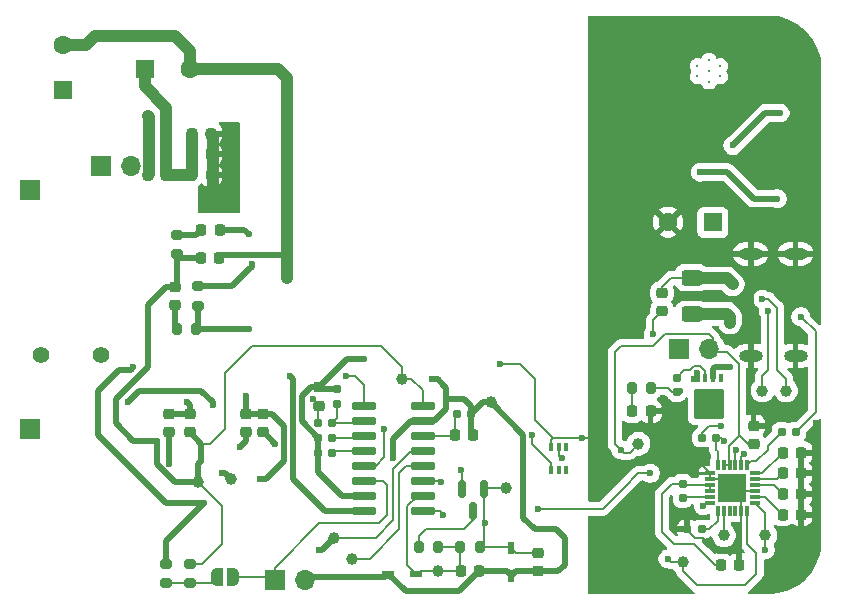
<source format=gbr>
%TF.GenerationSoftware,KiCad,Pcbnew,9.0.5*%
%TF.CreationDate,2025-10-24T12:46:40+03:00*%
%TF.ProjectId,40W SMPS,34305720-534d-4505-932e-6b696361645f,rev?*%
%TF.SameCoordinates,Original*%
%TF.FileFunction,Copper,L2,Bot*%
%TF.FilePolarity,Positive*%
%FSLAX46Y46*%
G04 Gerber Fmt 4.6, Leading zero omitted, Abs format (unit mm)*
G04 Created by KiCad (PCBNEW 9.0.5) date 2025-10-24 12:46:40*
%MOMM*%
%LPD*%
G01*
G04 APERTURE LIST*
G04 Aperture macros list*
%AMRoundRect*
0 Rectangle with rounded corners*
0 $1 Rounding radius*
0 $2 $3 $4 $5 $6 $7 $8 $9 X,Y pos of 4 corners*
0 Add a 4 corners polygon primitive as box body*
4,1,4,$2,$3,$4,$5,$6,$7,$8,$9,$2,$3,0*
0 Add four circle primitives for the rounded corners*
1,1,$1+$1,$2,$3*
1,1,$1+$1,$4,$5*
1,1,$1+$1,$6,$7*
1,1,$1+$1,$8,$9*
0 Add four rect primitives between the rounded corners*
20,1,$1+$1,$2,$3,$4,$5,0*
20,1,$1+$1,$4,$5,$6,$7,0*
20,1,$1+$1,$6,$7,$8,$9,0*
20,1,$1+$1,$8,$9,$2,$3,0*%
%AMFreePoly0*
4,1,23,0.500000,-0.750000,0.000000,-0.750000,0.000000,-0.745722,-0.065263,-0.745722,-0.191342,-0.711940,-0.304381,-0.646677,-0.396677,-0.554381,-0.461940,-0.441342,-0.495722,-0.315263,-0.495722,-0.250000,-0.500000,-0.250000,-0.500000,0.250000,-0.495722,0.250000,-0.495722,0.315263,-0.461940,0.441342,-0.396677,0.554381,-0.304381,0.646677,-0.191342,0.711940,-0.065263,0.745722,0.000000,0.745722,
0.000000,0.750000,0.500000,0.750000,0.500000,-0.750000,0.500000,-0.750000,$1*%
%AMFreePoly1*
4,1,23,0.000000,0.745722,0.065263,0.745722,0.191342,0.711940,0.304381,0.646677,0.396677,0.554381,0.461940,0.441342,0.495722,0.315263,0.495722,0.250000,0.500000,0.250000,0.500000,-0.250000,0.495722,-0.250000,0.495722,-0.315263,0.461940,-0.441342,0.396677,-0.554381,0.304381,-0.646677,0.191342,-0.711940,0.065263,-0.745722,0.000000,-0.745722,0.000000,-0.750000,-0.500000,-0.750000,
-0.500000,0.750000,0.000000,0.750000,0.000000,0.745722,0.000000,0.745722,$1*%
G04 Aperture macros list end*
%TA.AperFunction,ComponentPad*%
%ADD10C,1.408000*%
%TD*%
%TA.AperFunction,ComponentPad*%
%ADD11R,1.700000X1.700000*%
%TD*%
%TA.AperFunction,ComponentPad*%
%ADD12O,1.700000X1.700000*%
%TD*%
%TA.AperFunction,ComponentPad*%
%ADD13R,1.600000X1.600000*%
%TD*%
%TA.AperFunction,ComponentPad*%
%ADD14C,1.600000*%
%TD*%
%TA.AperFunction,ComponentPad*%
%ADD15O,2.000000X1.000000*%
%TD*%
%TA.AperFunction,ComponentPad*%
%ADD16C,0.300000*%
%TD*%
%TA.AperFunction,SMDPad,CuDef*%
%ADD17RoundRect,0.225000X-0.225000X-0.250000X0.225000X-0.250000X0.225000X0.250000X-0.225000X0.250000X0*%
%TD*%
%TA.AperFunction,SMDPad,CuDef*%
%ADD18FreePoly0,0.000000*%
%TD*%
%TA.AperFunction,SMDPad,CuDef*%
%ADD19FreePoly1,0.000000*%
%TD*%
%TA.AperFunction,SMDPad,CuDef*%
%ADD20C,1.000000*%
%TD*%
%TA.AperFunction,SMDPad,CuDef*%
%ADD21RoundRect,0.225000X0.225000X0.250000X-0.225000X0.250000X-0.225000X-0.250000X0.225000X-0.250000X0*%
%TD*%
%TA.AperFunction,SMDPad,CuDef*%
%ADD22RoundRect,0.225000X-0.250000X0.225000X-0.250000X-0.225000X0.250000X-0.225000X0.250000X0.225000X0*%
%TD*%
%TA.AperFunction,SMDPad,CuDef*%
%ADD23RoundRect,0.200000X0.200000X0.275000X-0.200000X0.275000X-0.200000X-0.275000X0.200000X-0.275000X0*%
%TD*%
%TA.AperFunction,SMDPad,CuDef*%
%ADD24RoundRect,0.160000X-0.160000X0.197500X-0.160000X-0.197500X0.160000X-0.197500X0.160000X0.197500X0*%
%TD*%
%TA.AperFunction,SMDPad,CuDef*%
%ADD25RoundRect,0.200000X0.275000X-0.200000X0.275000X0.200000X-0.275000X0.200000X-0.275000X-0.200000X0*%
%TD*%
%TA.AperFunction,SMDPad,CuDef*%
%ADD26RoundRect,0.100000X-0.100000X0.250000X-0.100000X-0.250000X0.100000X-0.250000X0.100000X0.250000X0*%
%TD*%
%TA.AperFunction,SMDPad,CuDef*%
%ADD27RoundRect,0.062750X-1.212250X1.192250X-1.212250X-1.192250X1.212250X-1.192250X1.212250X1.192250X0*%
%TD*%
%TA.AperFunction,SMDPad,CuDef*%
%ADD28RoundRect,0.200000X-0.200000X-0.275000X0.200000X-0.275000X0.200000X0.275000X-0.200000X0.275000X0*%
%TD*%
%TA.AperFunction,SMDPad,CuDef*%
%ADD29RoundRect,0.250000X0.625000X-0.400000X0.625000X0.400000X-0.625000X0.400000X-0.625000X-0.400000X0*%
%TD*%
%TA.AperFunction,SMDPad,CuDef*%
%ADD30R,0.500000X1.075000*%
%TD*%
%TA.AperFunction,SMDPad,CuDef*%
%ADD31RoundRect,0.033750X0.396250X0.101250X-0.396250X0.101250X-0.396250X-0.101250X0.396250X-0.101250X0*%
%TD*%
%TA.AperFunction,SMDPad,CuDef*%
%ADD32RoundRect,0.033750X0.101250X0.396250X-0.101250X0.396250X-0.101250X-0.396250X0.101250X-0.396250X0*%
%TD*%
%TA.AperFunction,SMDPad,CuDef*%
%ADD33R,2.450000X2.450000*%
%TD*%
%TA.AperFunction,SMDPad,CuDef*%
%ADD34RoundRect,0.160000X0.160000X-0.197500X0.160000X0.197500X-0.160000X0.197500X-0.160000X-0.197500X0*%
%TD*%
%TA.AperFunction,SMDPad,CuDef*%
%ADD35RoundRect,0.160000X-0.197500X-0.160000X0.197500X-0.160000X0.197500X0.160000X-0.197500X0.160000X0*%
%TD*%
%TA.AperFunction,SMDPad,CuDef*%
%ADD36RoundRect,0.075000X0.910000X0.225000X-0.910000X0.225000X-0.910000X-0.225000X0.910000X-0.225000X0*%
%TD*%
%TA.AperFunction,SMDPad,CuDef*%
%ADD37RoundRect,0.225000X0.250000X-0.225000X0.250000X0.225000X-0.250000X0.225000X-0.250000X-0.225000X0*%
%TD*%
%TA.AperFunction,SMDPad,CuDef*%
%ADD38R,1.075000X0.500000*%
%TD*%
%TA.AperFunction,SMDPad,CuDef*%
%ADD39RoundRect,0.218750X-0.218750X-0.256250X0.218750X-0.256250X0.218750X0.256250X-0.218750X0.256250X0*%
%TD*%
%TA.AperFunction,SMDPad,CuDef*%
%ADD40RoundRect,0.160000X0.197500X0.160000X-0.197500X0.160000X-0.197500X-0.160000X0.197500X-0.160000X0*%
%TD*%
%TA.AperFunction,SMDPad,CuDef*%
%ADD41RoundRect,0.200000X-0.275000X0.200000X-0.275000X-0.200000X0.275000X-0.200000X0.275000X0.200000X0*%
%TD*%
%TA.AperFunction,SMDPad,CuDef*%
%ADD42RoundRect,0.100000X-0.100000X0.225000X-0.100000X-0.225000X0.100000X-0.225000X0.100000X0.225000X0*%
%TD*%
%TA.AperFunction,SMDPad,CuDef*%
%ADD43RoundRect,0.150000X-0.150000X0.587500X-0.150000X-0.587500X0.150000X-0.587500X0.150000X0.587500X0*%
%TD*%
%TA.AperFunction,ViaPad*%
%ADD44C,0.600000*%
%TD*%
%TA.AperFunction,Conductor*%
%ADD45C,1.000000*%
%TD*%
%TA.AperFunction,Conductor*%
%ADD46C,0.500000*%
%TD*%
%TA.AperFunction,Conductor*%
%ADD47C,0.200000*%
%TD*%
G04 APERTURE END LIST*
D10*
%TO.P,F1,1*%
%TO.N,Net-(J1-Pin_1)*%
X172710000Y-70000000D03*
%TO.P,F1,2*%
%TO.N,Net-(DB1-AC-Pad4)*%
X177790000Y-70000000D03*
%TD*%
D11*
%TO.P,J2,1,Pin_1*%
%TO.N,Net-(J2-Pin_1)*%
X171750000Y-56000000D03*
%TD*%
%TO.P,L2,1,1*%
%TO.N,Net-(JP3-A)*%
X226725000Y-69500000D03*
D12*
%TO.P,L2,2,2*%
%TO.N,/VBUS*%
X229265000Y-69500000D03*
%TD*%
D11*
%TO.P,L1,1,1*%
%TO.N,Net-(DB1-+)*%
X177725000Y-54000000D03*
D12*
%TO.P,L1,2,2*%
%TO.N,Net-(JP2-B)*%
X180265000Y-54000000D03*
%TD*%
D13*
%TO.P,C23,1*%
%TO.N,/VBUS*%
X229552651Y-58750000D03*
D14*
%TO.P,C23,2*%
%TO.N,GND2*%
X225752651Y-58750000D03*
%TD*%
D13*
%TO.P,C3,1*%
%TO.N,Net-(DB1-+)*%
X174500000Y-47550000D03*
D14*
%TO.P,C3,2*%
%TO.N,GND*%
X174500000Y-43750000D03*
%TD*%
D15*
%TO.P,J3,S1,SHIELD*%
%TO.N,GND2*%
X232755000Y-70070000D03*
%TO.P,J3,S2,SHIELD*%
X232755000Y-61430000D03*
%TO.P,J3,S3,SHIELD*%
X236555000Y-70070000D03*
%TO.P,J3,S4,SHIELD*%
X236555000Y-61430000D03*
%TD*%
D11*
%TO.P,J1,1,Pin_1*%
%TO.N,Net-(J1-Pin_1)*%
X171750000Y-76250000D03*
%TD*%
D16*
%TO.P,Q2,6*%
%TO.N,N/C*%
X228250000Y-46405000D03*
%TO.P,Q2,7*%
X228250000Y-45500000D03*
%TO.P,Q2,8*%
X229225000Y-46857000D03*
%TO.P,Q2,9*%
X229225000Y-45952000D03*
%TO.P,Q2,10*%
X229225000Y-45047000D03*
%TO.P,Q2,11*%
X230200000Y-46405000D03*
%TO.P,Q2,12*%
X230200000Y-45500000D03*
%TD*%
D13*
%TO.P,C4,1*%
%TO.N,Net-(JP2-B)*%
X181447349Y-45750000D03*
D14*
%TO.P,C4,2*%
%TO.N,GND*%
X185247349Y-45750000D03*
%TD*%
D17*
%TO.P,C37,1*%
%TO.N,Net-(U6-DVDD)*%
X235470000Y-83500000D03*
%TO.P,C37,2*%
%TO.N,GND2*%
X237030000Y-83500000D03*
%TD*%
D18*
%TO.P,JP1,1,A*%
%TO.N,Net-(JP1-A)*%
X187600000Y-88750000D03*
D19*
%TO.P,JP1,2,B*%
%TO.N,Net-(JP1-B)*%
X188900000Y-88750000D03*
%TD*%
D20*
%TO.P,TP18,1,1*%
%TO.N,/CC2*%
X235750000Y-73000000D03*
%TD*%
%TO.P,TP20,1,1*%
%TO.N,/UFP*%
X230500000Y-85250000D03*
%TD*%
D17*
%TO.P,C11,1*%
%TO.N,Net-(JP2-B)*%
X185470000Y-51250000D03*
%TO.P,C11,2*%
%TO.N,/VIN*%
X187030000Y-51250000D03*
%TD*%
D21*
%TO.P,C5,1*%
%TO.N,Net-(JP2-B)*%
X183294000Y-51250000D03*
%TO.P,C5,2*%
%TO.N,GND*%
X181734000Y-51250000D03*
%TD*%
D22*
%TO.P,C29,1*%
%TO.N,GND2*%
X233000000Y-75970000D03*
%TO.P,C29,2*%
%TO.N,/VBUS*%
X233000000Y-77530000D03*
%TD*%
D17*
%TO.P,C10,1*%
%TO.N,Net-(JP2-B)*%
X185484000Y-53000000D03*
%TO.P,C10,2*%
%TO.N,/VIN*%
X187044000Y-53000000D03*
%TD*%
D23*
%TO.P,R11,1*%
%TO.N,/VIN*%
X187075000Y-54750000D03*
%TO.P,R11,2*%
%TO.N,Net-(JP2-B)*%
X185425000Y-54750000D03*
%TD*%
D20*
%TO.P,TP22,1,1*%
%TO.N,/CTL2*%
X227000000Y-87500000D03*
%TD*%
D24*
%TO.P,R26,1*%
%TO.N,Net-(Q4-G)*%
X226500000Y-71902500D03*
%TO.P,R26,2*%
%TO.N,/GDNG*%
X226500000Y-73097500D03*
%TD*%
D25*
%TO.P,R4,1*%
%TO.N,Net-(JP1-A)*%
X185250000Y-89325000D03*
%TO.P,R4,2*%
%TO.N,/PRI_BIAS*%
X185250000Y-87675000D03*
%TD*%
D26*
%TO.P,Q4,1,D*%
%TO.N,/VBUS*%
X228275000Y-71950000D03*
%TO.P,Q4,2,G*%
%TO.N,Net-(Q4-G)*%
X228925000Y-71950000D03*
%TO.P,Q4,3,S*%
%TO.N,/GDNS*%
X229575000Y-71950000D03*
%TO.P,Q4,4*%
%TO.N,N/C*%
X230225000Y-71950000D03*
D27*
%TO.P,Q4,5*%
X229250000Y-74145000D03*
D16*
%TO.P,Q4,6*%
X228275000Y-73745000D03*
%TO.P,Q4,7*%
X228275000Y-74650000D03*
%TO.P,Q4,8*%
X229250000Y-73293000D03*
%TO.P,Q4,9*%
X229250000Y-74198000D03*
%TO.P,Q4,10*%
X229250000Y-75103000D03*
%TO.P,Q4,11*%
X230225000Y-73745000D03*
%TO.P,Q4,12*%
X230225000Y-74650000D03*
%TD*%
D28*
%TO.P,R13,1*%
%TO.N,GND*%
X184175000Y-67750000D03*
%TO.P,R13,2*%
%TO.N,/VS*%
X185825000Y-67750000D03*
%TD*%
D29*
%TO.P,R28,1*%
%TO.N,/GDNS*%
X227750000Y-66550000D03*
%TO.P,R28,2*%
%TO.N,/V-BUS*%
X227750000Y-63450000D03*
%TD*%
D30*
%TO.P,D2,1,K*%
%TO.N,/HVG*%
X212500000Y-86338000D03*
%TO.P,D2,2,A*%
%TO.N,GND*%
X212500000Y-88662000D03*
%TD*%
D20*
%TO.P,TP7,1,1*%
%TO.N,/PRI_BIAS*%
X203250000Y-72000000D03*
%TD*%
%TO.P,TP4,1,1*%
%TO.N,/PWMH*%
X199000000Y-87250000D03*
%TD*%
%TO.P,TP9,1,1*%
%TO.N,Net-(D5-K)*%
X188750000Y-80500000D03*
%TD*%
D31*
%TO.P,U6,1,VTX*%
%TO.N,Net-(U6-VTX)*%
X233151000Y-80000000D03*
%TO.P,U6,2,CC1*%
%TO.N,/CC1*%
X233151000Y-80500000D03*
%TO.P,U6,3,CC2*%
%TO.N,/CC2*%
X233151000Y-81000000D03*
%TO.P,U6,4,GND*%
%TO.N,GND2*%
X233151000Y-81500000D03*
%TO.P,U6,5,HIPWR*%
%TO.N,Net-(U6-DVDD)*%
X233151000Y-82000000D03*
%TO.P,U6,6,CTL1*%
%TO.N,/CTL1*%
X233151000Y-82500000D03*
D32*
%TO.P,U6,7,CTL2*%
%TO.N,/CTL2*%
X232466000Y-83185000D03*
%TO.P,U6,8,~{EN12V}/~{EN9V}*%
%TO.N,GND2*%
X231966000Y-83185000D03*
%TO.P,U6,9*%
%TO.N,N/C*%
X231466000Y-83185000D03*
%TO.P,U6,10*%
X230966000Y-83185000D03*
%TO.P,U6,11,~{UFP}*%
%TO.N,/UFP*%
X230466000Y-83185000D03*
%TO.P,U6,12,PSEL*%
%TO.N,Net-(U6-PSEL)*%
X229966000Y-83185000D03*
D31*
%TO.P,U6,13,DVDD*%
%TO.N,Net-(U6-DVDD)*%
X229281000Y-82500000D03*
%TO.P,U6,14,PCTRL*%
%TO.N,Net-(U6-PCTRL)*%
X229281000Y-82000000D03*
%TO.P,U6,15,~{GD}*%
%TO.N,Net-(U6-VAUX)*%
X229281000Y-81500000D03*
%TO.P,U6,16,VAUX*%
X229281000Y-81000000D03*
%TO.P,U6,17,VDD*%
%TO.N,GND2*%
X229281000Y-80500000D03*
%TO.P,U6,18,AGND*%
X229281000Y-80000000D03*
D32*
%TO.P,U6,19,ISNS*%
%TO.N,/ISNS*%
X229966000Y-79315000D03*
%TO.P,U6,20,VPWR*%
%TO.N,/VBUS*%
X230466000Y-79315000D03*
%TO.P,U6,21,VBUS*%
X230966000Y-79315000D03*
%TO.P,U6,22,GDNG*%
%TO.N,/GDNG*%
X231466000Y-79315000D03*
%TO.P,U6,23,GDNS*%
%TO.N,/GDNS*%
X231966000Y-79315000D03*
%TO.P,U6,24,DSCG*%
%TO.N,Net-(U6-DSCG)*%
X232466000Y-79315000D03*
D33*
%TO.P,U6,25,EXPAD*%
%TO.N,GND2*%
X231216000Y-81250000D03*
%TD*%
D34*
%TO.P,R37,1*%
%TO.N,Net-(U6-PCTRL)*%
X227000000Y-82097500D03*
%TO.P,R37,2*%
%TO.N,Net-(U6-VAUX)*%
X227000000Y-80902500D03*
%TD*%
D21*
%TO.P,C9,1*%
%TO.N,Net-(JP2-B)*%
X183294000Y-54750000D03*
%TO.P,C9,2*%
%TO.N,GND*%
X181734000Y-54750000D03*
%TD*%
D17*
%TO.P,C30,1*%
%TO.N,/CC2*%
X235470000Y-81750000D03*
%TO.P,C30,2*%
%TO.N,GND2*%
X237030000Y-81750000D03*
%TD*%
%TO.P,C36,1*%
%TO.N,Net-(U6-VAUX)*%
X230220000Y-87750000D03*
%TO.P,C36,2*%
%TO.N,GND2*%
X231780000Y-87750000D03*
%TD*%
D25*
%TO.P,R12,1*%
%TO.N,/VS*%
X186000000Y-65825000D03*
%TO.P,R12,2*%
%TO.N,Net-(D4-A)*%
X186000000Y-64175000D03*
%TD*%
D17*
%TO.P,C26,1*%
%TO.N,/CC1*%
X235470000Y-80000000D03*
%TO.P,C26,2*%
%TO.N,GND2*%
X237030000Y-80000000D03*
%TD*%
D35*
%TO.P,R2,1*%
%TO.N,GND*%
X196152500Y-77000000D03*
%TO.P,R2,2*%
%TO.N,Net-(U1-RDM)*%
X197347500Y-77000000D03*
%TD*%
D20*
%TO.P,TP17,1,1*%
%TO.N,/VBUS*%
X223250000Y-77500000D03*
%TD*%
D36*
%TO.P,U1,1,VDD*%
%TO.N,/PRI_BIAS*%
X204975000Y-74305000D03*
%TO.P,U1,2,GND*%
%TO.N,GND*%
X204975000Y-75575000D03*
%TO.P,U1,3,CS*%
%TO.N,Net-(U1-CS)*%
X204975000Y-76845000D03*
%TO.P,U1,4,PWML*%
%TO.N,/PWML*%
X204975000Y-78115000D03*
%TO.P,U1,5,PWMH*%
%TO.N,/PWMH*%
X204975000Y-79385000D03*
%TO.P,U1,6,RUN*%
%TO.N,/RUN EN*%
X204975000Y-80655000D03*
%TO.P,U1,7,SWS*%
%TO.N,/SWS*%
X204975000Y-81925000D03*
%TO.P,U1,8,HVG*%
%TO.N,/HVG*%
X204975000Y-83195000D03*
%TO.P,U1,9,VS*%
%TO.N,/VS*%
X200025000Y-83195000D03*
%TO.P,U1,10,SET*%
%TO.N,GND*%
X200025000Y-81925000D03*
%TO.P,U1,11,NTC*%
%TO.N,Net-(JP1-B)*%
X200025000Y-80655000D03*
%TO.P,U1,12,FB*%
%TO.N,/FB*%
X200025000Y-79385000D03*
%TO.P,U1,13,RTZ*%
%TO.N,Net-(U1-RTZ)*%
X200025000Y-78115000D03*
%TO.P,U1,14,RDM*%
%TO.N,Net-(U1-RDM)*%
X200025000Y-76845000D03*
%TO.P,U1,15,BUR*%
%TO.N,Net-(U1-BUR)*%
X200025000Y-75575000D03*
%TO.P,U1,16,REF*%
%TO.N,/REF*%
X200025000Y-74305000D03*
%TD*%
D22*
%TO.P,C8,1*%
%TO.N,/HVG*%
X214750000Y-86720000D03*
%TO.P,C8,2*%
%TO.N,GND*%
X214750000Y-88280000D03*
%TD*%
D37*
%TO.P,C15,1*%
%TO.N,/PRI_BIAS*%
X185250000Y-76530000D03*
%TO.P,C15,2*%
%TO.N,GND*%
X185250000Y-74970000D03*
%TD*%
D24*
%TO.P,R1,1*%
%TO.N,GND*%
X197750000Y-72902500D03*
%TO.P,R1,2*%
%TO.N,Net-(U1-BUR)*%
X197750000Y-74097500D03*
%TD*%
D38*
%TO.P,D1,1,K*%
%TO.N,/SWS*%
X204412000Y-88500000D03*
%TO.P,D1,2,A*%
%TO.N,GND*%
X202088000Y-88500000D03*
%TD*%
D28*
%TO.P,R25,1*%
%TO.N,Net-(C25-Pad1)*%
X222675000Y-72750000D03*
%TO.P,R25,2*%
%TO.N,/GDNG*%
X224325000Y-72750000D03*
%TD*%
D35*
%TO.P,R3,1*%
%TO.N,GND*%
X196152500Y-78250000D03*
%TO.P,R3,2*%
%TO.N,Net-(U1-RTZ)*%
X197347500Y-78250000D03*
%TD*%
D37*
%TO.P,C1,1*%
%TO.N,/REF*%
X196250000Y-74280000D03*
%TO.P,C1,2*%
%TO.N,GND*%
X196250000Y-72720000D03*
%TD*%
D39*
%TO.P,D4,1,K*%
%TO.N,Net-(D4-K)*%
X186212500Y-59381000D03*
%TO.P,D4,2,A*%
%TO.N,Net-(D4-A)*%
X187787500Y-59381000D03*
%TD*%
D17*
%TO.P,C2,1*%
%TO.N,Net-(U1-CS)*%
X207720000Y-76750000D03*
%TO.P,C2,2*%
%TO.N,GND*%
X209280000Y-76750000D03*
%TD*%
D20*
%TO.P,TP21,1,1*%
%TO.N,/CTL1*%
X234000000Y-85250000D03*
%TD*%
%TO.P,TP19,1,1*%
%TO.N,/GDNS*%
X230000000Y-66500000D03*
%TD*%
D40*
%TO.P,R32,1*%
%TO.N,/V-BUS*%
X236597500Y-76500000D03*
%TO.P,R32,2*%
%TO.N,Net-(U6-DSCG)*%
X235402500Y-76500000D03*
%TD*%
%TO.P,R21,1*%
%TO.N,Net-(U6-PSEL)*%
X228597500Y-84750000D03*
%TO.P,R21,2*%
%TO.N,GND2*%
X227402500Y-84750000D03*
%TD*%
D35*
%TO.P,R27,1*%
%TO.N,/GDNS*%
X228652500Y-77000000D03*
%TO.P,R27,2*%
%TO.N,/ISNS*%
X229847500Y-77000000D03*
%TD*%
D37*
%TO.P,C14,1*%
%TO.N,Net-(D5-K)*%
X190000000Y-76530000D03*
%TO.P,C14,2*%
%TO.N,/VSW_B*%
X190000000Y-74970000D03*
%TD*%
D17*
%TO.P,C25,1*%
%TO.N,Net-(C25-Pad1)*%
X222720000Y-74750000D03*
%TO.P,C25,2*%
%TO.N,GND2*%
X224280000Y-74750000D03*
%TD*%
D20*
%TO.P,TP16,1,1*%
%TO.N,/CC1*%
X233750000Y-73000000D03*
%TD*%
D23*
%TO.P,R9,1*%
%TO.N,/SWS*%
X206325000Y-86250000D03*
%TO.P,R9,2*%
%TO.N,Net-(Q1-S)*%
X204675000Y-86250000D03*
%TD*%
D40*
%TO.P,R7,1*%
%TO.N,GND*%
X209097500Y-75000000D03*
%TO.P,R7,2*%
%TO.N,Net-(U1-CS)*%
X207902500Y-75000000D03*
%TD*%
D20*
%TO.P,TP2,1,1*%
%TO.N,/HVG*%
X212000000Y-81250000D03*
%TD*%
%TO.P,TP5,1,1*%
%TO.N,/PWML*%
X197500000Y-85500000D03*
%TD*%
D37*
%TO.P,C16,1*%
%TO.N,Net-(C16-Pad1)*%
X191500000Y-76530000D03*
%TO.P,C16,2*%
%TO.N,/VSW_B*%
X191500000Y-74970000D03*
%TD*%
D20*
%TO.P,TP6,1,1*%
%TO.N,GND*%
X210750000Y-74000000D03*
%TD*%
D17*
%TO.P,C35,1*%
%TO.N,Net-(U6-VTX)*%
X235470000Y-78250000D03*
%TO.P,C35,2*%
%TO.N,GND2*%
X237030000Y-78250000D03*
%TD*%
D37*
%TO.P,C17,1*%
%TO.N,Net-(C17-Pad1)*%
X183500000Y-76530000D03*
%TO.P,C17,2*%
%TO.N,GND*%
X183500000Y-74970000D03*
%TD*%
D40*
%TO.P,R5,1*%
%TO.N,Net-(U1-BUR)*%
X197347500Y-75750000D03*
%TO.P,R5,2*%
%TO.N,/REF*%
X196152500Y-75750000D03*
%TD*%
D41*
%TO.P,R6,1*%
%TO.N,GND*%
X183250000Y-87675000D03*
%TO.P,R6,2*%
%TO.N,Net-(JP1-A)*%
X183250000Y-89325000D03*
%TD*%
D23*
%TO.P,R10,1*%
%TO.N,/HVG*%
X209825000Y-86250000D03*
%TO.P,R10,2*%
%TO.N,/SWS*%
X208175000Y-86250000D03*
%TD*%
D20*
%TO.P,TP1,1,1*%
%TO.N,/SWS*%
X206250000Y-88250000D03*
%TD*%
D25*
%TO.P,R14,1*%
%TO.N,/PRI_BIAS*%
X184160000Y-61456000D03*
%TO.P,R14,2*%
%TO.N,Net-(D4-K)*%
X184160000Y-59806000D03*
%TD*%
D17*
%TO.P,C6,1*%
%TO.N,/SWS*%
X208220000Y-88250000D03*
%TO.P,C6,2*%
%TO.N,GND*%
X209780000Y-88250000D03*
%TD*%
%TO.P,C13,1*%
%TO.N,/PRI_BIAS*%
X186220000Y-61750000D03*
%TO.P,C13,2*%
%TO.N,GND*%
X187780000Y-61750000D03*
%TD*%
D11*
%TO.P,TH1,1*%
%TO.N,Net-(JP1-B)*%
X192475000Y-89000000D03*
D12*
%TO.P,TH1,2*%
%TO.N,GND*%
X195015000Y-89000000D03*
%TD*%
D42*
%TO.P,D9,1,A*%
%TO.N,GND2*%
X215850000Y-77800000D03*
%TO.P,D9,2,K*%
%TO.N,Net-(D9-K)*%
X216500000Y-77800000D03*
%TO.P,D9,3*%
%TO.N,N/C*%
X217150000Y-77800000D03*
%TO.P,D9,4*%
X217150000Y-79700000D03*
%TO.P,D9,5*%
X216500000Y-79700000D03*
%TO.P,D9,6,common*%
%TO.N,Net-(D9-common)*%
X215850000Y-79700000D03*
%TD*%
D37*
%TO.P,C12,1*%
%TO.N,GND*%
X184000000Y-65780000D03*
%TO.P,C12,2*%
%TO.N,/PRI_BIAS*%
X184000000Y-64220000D03*
%TD*%
%TO.P,C31,1*%
%TO.N,/ISNS*%
X225250000Y-66280000D03*
%TO.P,C31,2*%
%TO.N,/V-BUS*%
X225250000Y-64720000D03*
%TD*%
D21*
%TO.P,C7,1*%
%TO.N,Net-(JP2-B)*%
X183294000Y-53000000D03*
%TO.P,C7,2*%
%TO.N,GND*%
X181734000Y-53000000D03*
%TD*%
D43*
%TO.P,Q1,1,D*%
%TO.N,/VSW_B*%
X208300000Y-81312500D03*
%TO.P,Q1,2,G*%
%TO.N,/HVG*%
X210200000Y-81312500D03*
%TO.P,Q1,3,S*%
%TO.N,Net-(Q1-S)*%
X209250000Y-83187500D03*
%TD*%
D20*
%TO.P,TP11,1,1*%
%TO.N,/PRI_BIAS*%
X186000000Y-80750000D03*
%TD*%
D44*
%TO.N,GND*%
X181750000Y-49750000D03*
X186500000Y-82500000D03*
X202500000Y-78750000D03*
X200000000Y-70350000D03*
X185000000Y-74000000D03*
X205750000Y-72000000D03*
X193500000Y-63500000D03*
X183250000Y-87750000D03*
X184000000Y-67750000D03*
X180500000Y-71000000D03*
%TO.N,/VIN*%
X187250000Y-57000000D03*
X187250000Y-54750000D03*
X188250000Y-51250000D03*
X187140000Y-51360000D03*
X188250000Y-53000000D03*
X187250000Y-53000000D03*
X188250000Y-56000000D03*
X188250000Y-54750000D03*
X187250000Y-53000000D03*
X187250000Y-56000000D03*
%TO.N,/PRI_BIAS*%
X182500000Y-77250000D03*
X186250000Y-79000000D03*
%TO.N,GND2*%
X211500000Y-70750000D03*
X237030000Y-81750000D03*
X238250000Y-75750000D03*
X222250000Y-66250000D03*
X225750000Y-74000000D03*
X237500000Y-47250000D03*
X235000000Y-47250000D03*
X218500000Y-77000000D03*
X232750000Y-47250000D03*
X230250000Y-49500000D03*
%TO.N,/VBUS*%
X228000000Y-72000000D03*
X228250000Y-71500000D03*
X221750000Y-78000000D03*
%TO.N,Net-(C16-Pad1)*%
X192500000Y-77500000D03*
%TO.N,Net-(D3-K)*%
X187250000Y-74250000D03*
X180000000Y-74000000D03*
%TO.N,/REF*%
X195720000Y-73750000D03*
X198500000Y-71750000D03*
%TO.N,/HVG*%
X210250000Y-84250000D03*
X206750000Y-83500000D03*
%TO.N,Net-(C17-Pad1)*%
X183530331Y-79219669D03*
%TO.N,Net-(D5-K)*%
X189500000Y-77750000D03*
X188000000Y-80000000D03*
%TO.N,/VSW_B*%
X208250000Y-79750000D03*
X191250000Y-80500000D03*
X190000000Y-73500000D03*
%TO.N,Net-(D9-common)*%
X214250000Y-76750000D03*
%TO.N,Net-(D9-K)*%
X216750000Y-78750000D03*
%TO.N,/CC1*%
X234250000Y-66250000D03*
X235470000Y-80000000D03*
X233750000Y-73000000D03*
%TO.N,/ISNS*%
X230500000Y-77250000D03*
X224500000Y-68250000D03*
%TO.N,/V-BUS*%
X231250000Y-64000000D03*
X237000000Y-66750000D03*
%TO.N,/CC2*%
X235470000Y-81750000D03*
X235750000Y-73000000D03*
X233750000Y-65250000D03*
%TO.N,Net-(U6-DVDD)*%
X235500000Y-83500000D03*
X228750000Y-82750000D03*
%TO.N,/RUN EN*%
X206500000Y-80750000D03*
%TO.N,Net-(D4-A)*%
X190500000Y-62250000D03*
X190250000Y-59750000D03*
%TO.N,/GDNS*%
X231000000Y-71000000D03*
X232230288Y-78401893D03*
X230250000Y-76000000D03*
X231000000Y-67250000D03*
%TO.N,/VS*%
X193750000Y-71750000D03*
X190250000Y-67750000D03*
%TO.N,/FB*%
X201750000Y-76250000D03*
%TO.N,Net-(U4-VD)*%
X235000000Y-56750000D03*
X228500000Y-54500000D03*
%TO.N,/GDNG*%
X231500000Y-78000000D03*
X226750000Y-73000000D03*
%TO.N,Net-(U4-VG)*%
X235250000Y-49500000D03*
X231250000Y-52250000D03*
%TO.N,/CTL2*%
X225750000Y-87250000D03*
%TO.N,/CTL1*%
X234000000Y-86500000D03*
%TO.N,/PWMH*%
X199000000Y-87250000D03*
%TO.N,/PWML*%
X196250000Y-86500000D03*
%TO.N,Net-(R29-Pad2)*%
X214750000Y-83000000D03*
X224250000Y-80000000D03*
%TD*%
D45*
%TO.N,GND*%
X185247349Y-45750000D02*
X185247349Y-44247349D01*
D46*
X207000000Y-72750000D02*
X206750000Y-72500000D01*
X187780000Y-61750000D02*
X188031000Y-61499000D01*
D45*
X177250000Y-43000000D02*
X176500000Y-43750000D01*
D46*
X183250000Y-82500000D02*
X178250000Y-77500000D01*
X212882000Y-88280000D02*
X212500000Y-88662000D01*
X196152500Y-77000000D02*
X196152500Y-78250000D01*
X213500000Y-76750000D02*
X210750000Y-74000000D01*
X186500000Y-82500000D02*
X183250000Y-85750000D01*
X179250000Y-71250000D02*
X180250000Y-71250000D01*
X209780000Y-88250000D02*
X208030000Y-90000000D01*
X210097500Y-74000000D02*
X209097500Y-75000000D01*
X196250000Y-72720000D02*
X198620000Y-70350000D01*
X183250000Y-85750000D02*
X183250000Y-87675000D01*
D45*
X193500000Y-61500000D02*
X193500000Y-46500000D01*
D46*
X184000000Y-67575000D02*
X184175000Y-67750000D01*
X201838000Y-88750000D02*
X202088000Y-88500000D01*
X203588000Y-90000000D02*
X202088000Y-88500000D01*
D45*
X176500000Y-43750000D02*
X174500000Y-43750000D01*
D46*
X184000000Y-65780000D02*
X184000000Y-67575000D01*
D45*
X181816000Y-49816000D02*
X181816000Y-54668000D01*
D46*
X210750000Y-74000000D02*
X210097500Y-74000000D01*
X207000000Y-73750000D02*
X207000000Y-72750000D01*
D45*
X184000000Y-43000000D02*
X177250000Y-43000000D01*
X181816000Y-54668000D02*
X181734000Y-54750000D01*
D46*
X186500000Y-82500000D02*
X183250000Y-82500000D01*
D45*
X193500000Y-46500000D02*
X192750000Y-45750000D01*
D46*
X216470000Y-88280000D02*
X217000000Y-87750000D01*
X204975000Y-75575000D02*
X205959999Y-75575000D01*
X204975000Y-75575000D02*
X203990001Y-75575000D01*
X207000000Y-74534999D02*
X207000000Y-73750000D01*
X196250000Y-72720000D02*
X195530000Y-72720000D01*
X214750000Y-88280000D02*
X212882000Y-88280000D01*
D45*
X193500000Y-63500000D02*
X193500000Y-61500000D01*
D46*
X217000000Y-87750000D02*
X217000000Y-85500000D01*
X195015000Y-88750000D02*
X201838000Y-88750000D01*
X178250000Y-77500000D02*
X177500000Y-76750000D01*
X214500000Y-84750000D02*
X213500000Y-83750000D01*
X207000000Y-73750000D02*
X208500000Y-73750000D01*
X208030000Y-90000000D02*
X203588000Y-90000000D01*
X180250000Y-71250000D02*
X180500000Y-71000000D01*
X197750000Y-72902500D02*
X196432500Y-72902500D01*
X198620000Y-70350000D02*
X200000000Y-70350000D01*
X196152500Y-79902500D02*
X196152500Y-78250000D01*
X209097500Y-75000000D02*
X209097500Y-76567500D01*
D45*
X185247349Y-44247349D02*
X184000000Y-43000000D01*
X181750000Y-49750000D02*
X181816000Y-49816000D01*
D46*
X213500000Y-83750000D02*
X213500000Y-76750000D01*
X209780000Y-88250000D02*
X212088000Y-88250000D01*
X177500000Y-76750000D02*
X177500000Y-73000000D01*
X212088000Y-88250000D02*
X212500000Y-88662000D01*
X198175000Y-81925000D02*
X196152500Y-79902500D01*
X203990001Y-75575000D02*
X202500000Y-77065001D01*
X185250000Y-74250000D02*
X185000000Y-74000000D01*
X194750000Y-73500000D02*
X194750000Y-75597500D01*
X209097500Y-74347500D02*
X209097500Y-75000000D01*
X177500000Y-73000000D02*
X179250000Y-71250000D01*
X194750000Y-75597500D02*
X196152500Y-77000000D01*
X209097500Y-76567500D02*
X209280000Y-76750000D01*
X196432500Y-72902500D02*
X196250000Y-72720000D01*
X193499000Y-61499000D02*
X193500000Y-61500000D01*
D45*
X192750000Y-45750000D02*
X185247349Y-45750000D01*
D46*
X183500000Y-74970000D02*
X185250000Y-74970000D01*
X202500000Y-77065001D02*
X202500000Y-78750000D01*
X216250000Y-84750000D02*
X214500000Y-84750000D01*
X195530000Y-72720000D02*
X194750000Y-73500000D01*
X188031000Y-61499000D02*
X193499000Y-61499000D01*
X185250000Y-74970000D02*
X185250000Y-74250000D01*
X208500000Y-73750000D02*
X209097500Y-74347500D01*
X206750000Y-72500000D02*
X206250000Y-72000000D01*
X200025000Y-81925000D02*
X198175000Y-81925000D01*
X205959999Y-75575000D02*
X207000000Y-74534999D01*
X214750000Y-88280000D02*
X216470000Y-88280000D01*
X206250000Y-72000000D02*
X205750000Y-72000000D01*
X217000000Y-85500000D02*
X216250000Y-84750000D01*
D45*
%TO.N,/VIN*%
X187250000Y-57000000D02*
X187250000Y-56000000D01*
X187140000Y-51360000D02*
X187030000Y-51250000D01*
X187250000Y-51470000D02*
X187140000Y-51360000D01*
X187250000Y-53000000D02*
X187250000Y-51470000D01*
X187250000Y-54750000D02*
X187250000Y-53000000D01*
X187250000Y-56000000D02*
X187250000Y-54750000D01*
D47*
%TO.N,/PRI_BIAS*%
X204975000Y-72975000D02*
X204000000Y-72000000D01*
D46*
X181750000Y-71000000D02*
X179000000Y-73750000D01*
D47*
X186970000Y-77530000D02*
X186250000Y-77530000D01*
D46*
X182500000Y-79250000D02*
X184000000Y-80750000D01*
D47*
X204000000Y-72000000D02*
X203250000Y-72000000D01*
D46*
X183280000Y-64220000D02*
X181750000Y-65750000D01*
X184000000Y-80750000D02*
X186000000Y-80750000D01*
X180500000Y-77250000D02*
X182500000Y-77250000D01*
D47*
X188000000Y-82750000D02*
X186000000Y-80750000D01*
D46*
X186250000Y-79000000D02*
X186250000Y-77530000D01*
D47*
X203250000Y-72000000D02*
X203250000Y-71000000D01*
X190500000Y-69250000D02*
X188250000Y-71500000D01*
D46*
X182500000Y-77250000D02*
X182500000Y-79250000D01*
X184160000Y-64060000D02*
X184000000Y-64220000D01*
D47*
X185250000Y-87675000D02*
X186325000Y-87675000D01*
D46*
X181750000Y-65750000D02*
X181750000Y-71000000D01*
D47*
X188250000Y-76250000D02*
X186970000Y-77530000D01*
D46*
X184000000Y-64220000D02*
X183280000Y-64220000D01*
X184160000Y-61456000D02*
X184160000Y-64060000D01*
X179000000Y-73750000D02*
X179000000Y-75750000D01*
D47*
X201500000Y-69250000D02*
X190500000Y-69250000D01*
D46*
X186220000Y-61750000D02*
X184454000Y-61750000D01*
X179000000Y-75750000D02*
X180500000Y-77250000D01*
X186000000Y-79250000D02*
X186250000Y-79000000D01*
D47*
X203250000Y-71000000D02*
X201500000Y-69250000D01*
D46*
X184454000Y-61750000D02*
X184160000Y-61456000D01*
D47*
X204975000Y-74305000D02*
X204975000Y-72975000D01*
X188250000Y-71500000D02*
X188250000Y-76250000D01*
D46*
X186000000Y-80750000D02*
X186000000Y-79250000D01*
D47*
X188000000Y-86000000D02*
X188000000Y-82750000D01*
X186325000Y-87675000D02*
X188000000Y-86000000D01*
D46*
X186250000Y-77530000D02*
X185250000Y-76530000D01*
D47*
%TO.N,GND2*%
X231966000Y-82000000D02*
X231216000Y-81250000D01*
X231466000Y-81500000D02*
X231216000Y-81250000D01*
X216000000Y-77000000D02*
X215250000Y-76250000D01*
X231966000Y-83185000D02*
X231966000Y-82000000D01*
X218500000Y-77000000D02*
X219500000Y-77000000D01*
X227402500Y-84835400D02*
X228067100Y-85500000D01*
X213250000Y-70750000D02*
X211500000Y-70750000D01*
D46*
X232755000Y-61430000D02*
X232755000Y-70070000D01*
D47*
X226281000Y-77000000D02*
X224750000Y-77000000D01*
X228067100Y-85500000D02*
X228750000Y-85500000D01*
X224750000Y-77000000D02*
X224250000Y-76500000D01*
X218500000Y-77000000D02*
X216000000Y-77000000D01*
X233151000Y-81500000D02*
X231466000Y-81500000D01*
X215850000Y-77800000D02*
X215850000Y-77150000D01*
X231966000Y-87564000D02*
X231780000Y-87750000D01*
X230466000Y-80500000D02*
X231216000Y-81250000D01*
X228750000Y-85500000D02*
X230000000Y-86750000D01*
X215850000Y-77150000D02*
X216000000Y-77000000D01*
X231966000Y-86750000D02*
X231966000Y-87564000D01*
X214500000Y-72000000D02*
X213250000Y-70750000D01*
X214500000Y-75500000D02*
X214500000Y-72000000D01*
X229281000Y-80000000D02*
X226281000Y-77000000D01*
X215250000Y-76250000D02*
X214500000Y-75500000D01*
X224280000Y-74750000D02*
X225000000Y-74750000D01*
X227402500Y-84750000D02*
X227402500Y-84835400D01*
X225000000Y-74750000D02*
X225750000Y-74000000D01*
X229281000Y-80500000D02*
X230466000Y-80500000D01*
X230000000Y-86750000D02*
X231966000Y-86750000D01*
X231966000Y-83185000D02*
X231966000Y-86750000D01*
X224250000Y-76500000D02*
X224280000Y-76470000D01*
X229281000Y-80500000D02*
X229281000Y-80000000D01*
D46*
X236555000Y-61430000D02*
X232755000Y-61430000D01*
D47*
X224280000Y-76470000D02*
X224280000Y-74750000D01*
D45*
%TO.N,Net-(JP2-B)*%
X183294000Y-54750000D02*
X183294000Y-51250000D01*
X185425000Y-54750000D02*
X183294000Y-54750000D01*
X183294000Y-49044000D02*
X181447349Y-47197349D01*
X185470000Y-54705000D02*
X185425000Y-54750000D01*
X183294000Y-51250000D02*
X183294000Y-49044000D01*
X185470000Y-51250000D02*
X185470000Y-54705000D01*
X181447349Y-47197349D02*
X181447349Y-45750000D01*
D47*
%TO.N,/VBUS*%
X221250000Y-77500000D02*
X221250000Y-69750000D01*
X228275000Y-71950000D02*
X228050000Y-71950000D01*
X229242081Y-68250000D02*
X229540000Y-68547919D01*
X221250000Y-69750000D02*
X221750000Y-69250000D01*
X228050000Y-71950000D02*
X228000000Y-72000000D01*
X230966000Y-79315000D02*
X230899000Y-79248000D01*
X229540000Y-69750000D02*
X230742081Y-69750000D01*
X231750000Y-76849943D02*
X231750000Y-76750000D01*
X230899000Y-79248000D02*
X230899000Y-77700943D01*
X221750000Y-78000000D02*
X222000000Y-78250000D01*
X230466000Y-79315000D02*
X230966000Y-79315000D01*
X221750000Y-69250000D02*
X224500000Y-69250000D01*
X231750000Y-70757919D02*
X231750000Y-76750000D01*
X230899000Y-77700943D02*
X231750000Y-76849943D01*
X222000000Y-78250000D02*
X222500000Y-78250000D01*
X230742081Y-69750000D02*
X231750000Y-70757919D01*
X221750000Y-78000000D02*
X221250000Y-77500000D01*
X232530000Y-77530000D02*
X231750000Y-76750000D01*
X228275000Y-71950000D02*
X228275000Y-71525000D01*
X225500000Y-68250000D02*
X229242081Y-68250000D01*
X229540000Y-68547919D02*
X229540000Y-69750000D01*
X224500000Y-69250000D02*
X225500000Y-68250000D01*
X233000000Y-77530000D02*
X232530000Y-77530000D01*
X222500000Y-78250000D02*
X223250000Y-77500000D01*
X228275000Y-71525000D02*
X228250000Y-71500000D01*
D46*
%TO.N,Net-(C16-Pad1)*%
X191530000Y-76530000D02*
X192500000Y-77500000D01*
X191500000Y-76530000D02*
X191530000Y-76530000D01*
%TO.N,Net-(D3-K)*%
X186250000Y-73000000D02*
X187250000Y-74000000D01*
X187250000Y-74000000D02*
X187250000Y-74250000D01*
X181000000Y-73000000D02*
X186250000Y-73000000D01*
X180000000Y-74000000D02*
X181000000Y-73000000D01*
D47*
%TO.N,/REF*%
X195720000Y-73750000D02*
X196250000Y-74280000D01*
X199750000Y-72250000D02*
X199250000Y-71750000D01*
X196152500Y-74377500D02*
X196250000Y-74280000D01*
X196152500Y-75750000D02*
X196152500Y-74377500D01*
X200025000Y-74305000D02*
X200025000Y-72525000D01*
X200025000Y-72525000D02*
X199750000Y-72250000D01*
X199250000Y-71750000D02*
X198500000Y-71750000D01*
%TO.N,Net-(U1-CS)*%
X207720000Y-75182500D02*
X207902500Y-75000000D01*
X207720000Y-76750000D02*
X207720000Y-75182500D01*
X207625000Y-76845000D02*
X207720000Y-76750000D01*
X204975000Y-76845000D02*
X207625000Y-76845000D01*
%TO.N,/SWS*%
X206325000Y-86250000D02*
X208175000Y-86250000D01*
X208220000Y-88250000D02*
X208220000Y-88030000D01*
X203689000Y-82812176D02*
X203689000Y-87777000D01*
X208175000Y-87985000D02*
X208175000Y-86250000D01*
X204975000Y-81925000D02*
X204576176Y-81925000D01*
X204576176Y-81925000D02*
X203689000Y-82812176D01*
X204412000Y-88500000D02*
X204500000Y-88500000D01*
X204500000Y-88500000D02*
X204750000Y-88250000D01*
X204750000Y-88250000D02*
X208220000Y-88250000D01*
X203689000Y-87777000D02*
X204412000Y-88500000D01*
X208220000Y-88030000D02*
X208175000Y-87985000D01*
%TO.N,/HVG*%
X212882000Y-86720000D02*
X212500000Y-86338000D01*
X210200000Y-81312500D02*
X210200000Y-85875000D01*
X204975000Y-83195000D02*
X206445000Y-83195000D01*
X206445000Y-83195000D02*
X206750000Y-83500000D01*
X210200000Y-85875000D02*
X209825000Y-86250000D01*
X209825000Y-86250000D02*
X212412000Y-86250000D01*
X214750000Y-86720000D02*
X212882000Y-86720000D01*
X210262500Y-81250000D02*
X210200000Y-81312500D01*
X212000000Y-81250000D02*
X210262500Y-81250000D01*
X212412000Y-86250000D02*
X212500000Y-86338000D01*
D46*
%TO.N,Net-(C17-Pad1)*%
X183530331Y-79219669D02*
X183530331Y-77969671D01*
X183500000Y-77939340D02*
X183500000Y-76530000D01*
X183530331Y-77969671D02*
X183500000Y-77939340D01*
%TO.N,Net-(D5-K)*%
X190000000Y-76530000D02*
X190000000Y-77250000D01*
X188000000Y-80000000D02*
X188250000Y-80000000D01*
X190000000Y-77250000D02*
X189500000Y-77750000D01*
X188250000Y-80000000D02*
X188750000Y-80500000D01*
D47*
%TO.N,Net-(C25-Pad1)*%
X222675000Y-74705000D02*
X222720000Y-74750000D01*
X222675000Y-72750000D02*
X222675000Y-74705000D01*
%TO.N,/VSW_B*%
X208300000Y-81312500D02*
X208300000Y-79800000D01*
D46*
X193250000Y-79000000D02*
X192750000Y-79500000D01*
X191500000Y-74970000D02*
X192220000Y-74970000D01*
X190000000Y-74970000D02*
X190000000Y-73500000D01*
X192220000Y-74970000D02*
X193250000Y-76000000D01*
X191500000Y-74970000D02*
X190000000Y-74970000D01*
X193250000Y-76000000D02*
X193250000Y-79000000D01*
X192750000Y-79500000D02*
X191750000Y-80500000D01*
X191750000Y-80500000D02*
X191250000Y-80500000D01*
D47*
X208300000Y-79800000D02*
X208250000Y-79750000D01*
%TO.N,Net-(D9-common)*%
X214750000Y-78000000D02*
X214250000Y-77500000D01*
X214250000Y-77500000D02*
X214250000Y-76750000D01*
X215850000Y-79700000D02*
X215850000Y-79100000D01*
X215850000Y-79100000D02*
X214750000Y-78000000D01*
%TO.N,Net-(D9-K)*%
X216500000Y-78500000D02*
X216500000Y-77800000D01*
X216750000Y-78750000D02*
X216500000Y-78500000D01*
%TO.N,/CC1*%
X233750000Y-71750000D02*
X233750000Y-73000000D01*
X234970000Y-80500000D02*
X235470000Y-80000000D01*
X234250000Y-66250000D02*
X234250000Y-71250000D01*
X233151000Y-80500000D02*
X234970000Y-80500000D01*
X234250000Y-71250000D02*
X233750000Y-71750000D01*
%TO.N,/ISNS*%
X229847500Y-78013000D02*
X229847500Y-77000000D01*
X229966000Y-79315000D02*
X229966000Y-78131500D01*
X229966000Y-78131500D02*
X229847500Y-78013000D01*
X229847500Y-77000000D02*
X230250000Y-77000000D01*
X224500000Y-68250000D02*
X224500000Y-67030000D01*
X224500000Y-67030000D02*
X225250000Y-66280000D01*
X230250000Y-77000000D02*
X230500000Y-77250000D01*
D45*
%TO.N,/V-BUS*%
X230750000Y-63500000D02*
X227800000Y-63500000D01*
X231250000Y-64000000D02*
X230750000Y-63500000D01*
D47*
X238250000Y-68000000D02*
X237000000Y-66750000D01*
X225250000Y-64720000D02*
X225250000Y-64250000D01*
X236597500Y-76500000D02*
X238250000Y-74847500D01*
D46*
X227800000Y-63500000D02*
X227750000Y-63450000D01*
D47*
X226050000Y-63450000D02*
X227750000Y-63450000D01*
X238250000Y-74847500D02*
X238250000Y-68000000D01*
X225250000Y-64250000D02*
X226050000Y-63450000D01*
%TO.N,Net-(U6-VTX)*%
X233720000Y-80000000D02*
X235470000Y-78250000D01*
X233151000Y-80000000D02*
X233720000Y-80000000D01*
%TO.N,/CC2*%
X235750000Y-72000000D02*
X235750000Y-73000000D01*
X233151000Y-81000000D02*
X234720000Y-81000000D01*
X234250000Y-65250000D02*
X235000000Y-66000000D01*
X235000000Y-71250000D02*
X235750000Y-72000000D01*
X235000000Y-66000000D02*
X235000000Y-71250000D01*
X233750000Y-65250000D02*
X234250000Y-65250000D01*
X234720000Y-81000000D02*
X235470000Y-81750000D01*
%TO.N,Net-(U6-VAUX)*%
X225250000Y-85000000D02*
X225250000Y-81750000D01*
X227000000Y-80902500D02*
X227097500Y-81000000D01*
X225250000Y-81750000D02*
X226097500Y-80902500D01*
X229750000Y-87750000D02*
X228000000Y-86000000D01*
X226250000Y-86000000D02*
X225250000Y-85000000D01*
X227097500Y-81000000D02*
X229281000Y-81000000D01*
X226097500Y-80902500D02*
X227000000Y-80902500D01*
X229281000Y-81000000D02*
X229281000Y-81500000D01*
X228000000Y-86000000D02*
X226250000Y-86000000D01*
X230220000Y-87750000D02*
X229750000Y-87750000D01*
%TO.N,Net-(U6-DVDD)*%
X233151000Y-82000000D02*
X233970000Y-82000000D01*
X233970000Y-82000000D02*
X235470000Y-83500000D01*
X229000000Y-82500000D02*
X228750000Y-82750000D01*
X229281000Y-82500000D02*
X229000000Y-82500000D01*
D46*
%TO.N,Net-(D4-K)*%
X185787500Y-59806000D02*
X186212500Y-59381000D01*
X184160000Y-59806000D02*
X185787500Y-59806000D01*
D47*
%TO.N,/RUN EN*%
X204975000Y-80655000D02*
X206405000Y-80655000D01*
X206405000Y-80655000D02*
X206500000Y-80750000D01*
D46*
%TO.N,Net-(D4-A)*%
X190500000Y-62500000D02*
X190500000Y-62250000D01*
X186000000Y-64175000D02*
X188825000Y-64175000D01*
X189881000Y-59381000D02*
X190250000Y-59750000D01*
X188825000Y-64175000D02*
X190250000Y-62750000D01*
X190250000Y-62750000D02*
X190500000Y-62500000D01*
X187787500Y-59381000D02*
X189881000Y-59381000D01*
D47*
%TO.N,Net-(JP1-A)*%
X187025000Y-89325000D02*
X185250000Y-89325000D01*
X187600000Y-88750000D02*
X187025000Y-89325000D01*
X185250000Y-89325000D02*
X183250000Y-89325000D01*
%TO.N,Net-(JP1-B)*%
X200025000Y-80655000D02*
X201655000Y-80655000D01*
X201655000Y-80655000D02*
X202000000Y-81000000D01*
X192475000Y-88025000D02*
X192475000Y-88750000D01*
X192475000Y-88750000D02*
X188900000Y-88750000D01*
X196250000Y-84250000D02*
X192475000Y-88025000D01*
X202000000Y-83500000D02*
X201250000Y-84250000D01*
X202000000Y-81000000D02*
X202000000Y-83500000D01*
X201250000Y-84250000D02*
X196250000Y-84250000D01*
%TO.N,Net-(Q1-S)*%
X205250000Y-84750000D02*
X208500000Y-84750000D01*
X208500000Y-84750000D02*
X209250000Y-84000000D01*
X204675000Y-85325000D02*
X205250000Y-84750000D01*
X204675000Y-86250000D02*
X204675000Y-85325000D01*
X209250000Y-84000000D02*
X209250000Y-83187500D01*
%TO.N,Net-(Q4-G)*%
X226500000Y-71902500D02*
X227152500Y-71250000D01*
X228498943Y-70899000D02*
X228001057Y-70899000D01*
X228001057Y-70899000D02*
X227650057Y-71250000D01*
X228925000Y-71950000D02*
X228925000Y-71325057D01*
X228925000Y-71325057D02*
X228498943Y-70899000D01*
X227650057Y-71250000D02*
X227152500Y-71250000D01*
%TO.N,/GDNS*%
X228652500Y-77000000D02*
X228652500Y-76597500D01*
D46*
X229716476Y-71000000D02*
X231000000Y-71000000D01*
D47*
X231966000Y-78666181D02*
X232230288Y-78401893D01*
D45*
X230750000Y-66500000D02*
X230000000Y-66500000D01*
D47*
X228652500Y-76597500D02*
X229250000Y-76000000D01*
D46*
X229575000Y-71950000D02*
X229575000Y-71141476D01*
D47*
X229250000Y-76000000D02*
X230250000Y-76000000D01*
X231966000Y-79315000D02*
X231966000Y-78666181D01*
X227800000Y-66500000D02*
X227750000Y-66550000D01*
D45*
X231000000Y-67250000D02*
X231000000Y-66750000D01*
X231000000Y-66750000D02*
X230750000Y-66500000D01*
D46*
X229575000Y-71141476D02*
X229716476Y-71000000D01*
D45*
X230000000Y-66500000D02*
X227800000Y-66500000D01*
D46*
%TO.N,/VS*%
X196695000Y-83195000D02*
X200025000Y-83195000D01*
X194000000Y-72000000D02*
X194000000Y-80500000D01*
X194000000Y-80500000D02*
X196695000Y-83195000D01*
X186000000Y-67575000D02*
X185825000Y-67750000D01*
X186000000Y-65825000D02*
X186000000Y-67575000D01*
X193750000Y-71750000D02*
X194000000Y-72000000D01*
X185825000Y-67750000D02*
X190250000Y-67750000D01*
D47*
%TO.N,Net-(U1-RTZ)*%
X200025000Y-78115000D02*
X197482500Y-78115000D01*
X197482500Y-78115000D02*
X197347500Y-78250000D01*
%TO.N,Net-(U1-RDM)*%
X197347500Y-77000000D02*
X199870000Y-77000000D01*
X199870000Y-77000000D02*
X200025000Y-76845000D01*
%TO.N,Net-(U1-BUR)*%
X197750000Y-75347500D02*
X197347500Y-75750000D01*
X197347500Y-75750000D02*
X199850000Y-75750000D01*
X199850000Y-75750000D02*
X200025000Y-75575000D01*
X197750000Y-74097500D02*
X197750000Y-75347500D01*
%TO.N,/FB*%
X201009999Y-79385000D02*
X201750000Y-78644999D01*
X201750000Y-78644999D02*
X201750000Y-76250000D01*
X200025000Y-79385000D02*
X201009999Y-79385000D01*
D46*
%TO.N,Net-(U4-VD)*%
X228500000Y-54500000D02*
X230750000Y-54500000D01*
X233000000Y-56750000D02*
X235000000Y-56750000D01*
X230750000Y-54500000D02*
X233000000Y-56750000D01*
D47*
%TO.N,/GDNG*%
X226097500Y-73097500D02*
X225750000Y-72750000D01*
X231466000Y-78034000D02*
X231500000Y-78000000D01*
X226500000Y-73097500D02*
X226097500Y-73097500D01*
X231466000Y-79315000D02*
X231466000Y-78034000D01*
X226652500Y-73097500D02*
X226500000Y-73097500D01*
X225750000Y-72750000D02*
X224325000Y-72750000D01*
X226750000Y-73000000D02*
X226652500Y-73097500D01*
D46*
%TO.N,Net-(U4-VG)*%
X234000000Y-49500000D02*
X235250000Y-49500000D01*
X231250000Y-52250000D02*
X234000000Y-49500000D01*
D47*
%TO.N,Net-(U6-PSEL)*%
X229250000Y-84750000D02*
X229966000Y-84034000D01*
X228597500Y-84750000D02*
X229250000Y-84750000D01*
X229966000Y-84034000D02*
X229966000Y-83185000D01*
%TO.N,/CTL2*%
X226000000Y-87500000D02*
X225750000Y-87250000D01*
X232466000Y-85966000D02*
X233250000Y-86750000D01*
X227000000Y-88250000D02*
X227000000Y-87500000D01*
X233250000Y-88500000D02*
X232250000Y-89500000D01*
X233250000Y-86750000D02*
X233250000Y-88500000D01*
X228250000Y-89500000D02*
X227000000Y-88250000D01*
X232466000Y-83185000D02*
X232466000Y-85966000D01*
X227000000Y-87500000D02*
X226000000Y-87500000D01*
X232250000Y-89500000D02*
X228250000Y-89500000D01*
%TO.N,/CTL1*%
X233151000Y-82500000D02*
X234000000Y-83349000D01*
X234000000Y-83349000D02*
X234000000Y-85250000D01*
X234000000Y-86500000D02*
X234000000Y-85250000D01*
%TO.N,/PWMH*%
X203615000Y-79385000D02*
X203000000Y-80000000D01*
X200500000Y-87250000D02*
X199000000Y-87250000D01*
X203000000Y-80000000D02*
X203000000Y-84750000D01*
X203000000Y-84750000D02*
X200500000Y-87250000D01*
X204975000Y-79385000D02*
X203615000Y-79385000D01*
%TO.N,/PWML*%
X202500000Y-79605001D02*
X202500000Y-84000000D01*
X204975000Y-78115000D02*
X203990001Y-78115000D01*
D46*
X196500000Y-86500000D02*
X197500000Y-85500000D01*
X196250000Y-86500000D02*
X196500000Y-86500000D01*
D47*
X203990001Y-78115000D02*
X202500000Y-79605001D01*
X202500000Y-84000000D02*
X201000000Y-85500000D01*
X201000000Y-85500000D02*
X197500000Y-85500000D01*
%TO.N,/UFP*%
X230466000Y-83185000D02*
X230466000Y-85216000D01*
X230466000Y-85216000D02*
X230500000Y-85250000D01*
%TO.N,Net-(R29-Pad2)*%
X220250000Y-83000000D02*
X214750000Y-83000000D01*
X224250000Y-80000000D02*
X223250000Y-80000000D01*
X222000000Y-81250000D02*
X220250000Y-83000000D01*
X223250000Y-80000000D02*
X222000000Y-81250000D01*
%TO.N,Net-(U6-DSCG)*%
X234250000Y-77652500D02*
X235402500Y-76500000D01*
X233250000Y-79000000D02*
X234250000Y-78000000D01*
X232466000Y-79315000D02*
X232781000Y-79000000D01*
X234250000Y-78000000D02*
X234250000Y-77652500D01*
X232781000Y-79000000D02*
X233250000Y-79000000D01*
%TO.N,Net-(U6-PCTRL)*%
X227097500Y-82000000D02*
X229281000Y-82000000D01*
X227000000Y-82097500D02*
X227097500Y-82000000D01*
%TD*%
%TA.AperFunction,Conductor*%
%TO.N,/VIN*%
G36*
X189443039Y-50269685D02*
G01*
X189488794Y-50322489D01*
X189500000Y-50374000D01*
X189500000Y-57876000D01*
X189480315Y-57943039D01*
X189427511Y-57988794D01*
X189376000Y-58000000D01*
X186124000Y-58000000D01*
X186056961Y-57980315D01*
X186011206Y-57927511D01*
X186000000Y-57876000D01*
X186000000Y-55686791D01*
X186019685Y-55619752D01*
X186038190Y-55597278D01*
X186048100Y-55587777D01*
X186060185Y-55580472D01*
X186163624Y-55477032D01*
X186164543Y-55476152D01*
X186194429Y-55460642D01*
X186223994Y-55444499D01*
X186225350Y-55444596D01*
X186226559Y-55443969D01*
X186260103Y-55447081D01*
X186293686Y-55449483D01*
X186294984Y-55450317D01*
X186296130Y-55450424D01*
X186300646Y-55453956D01*
X186338034Y-55477984D01*
X186440122Y-55580072D01*
X186585604Y-55668019D01*
X186585603Y-55668019D01*
X186747894Y-55718590D01*
X186747893Y-55718590D01*
X186818408Y-55724998D01*
X186818426Y-55724999D01*
X187325000Y-55724999D01*
X187331581Y-55724999D01*
X187402102Y-55718591D01*
X187402107Y-55718590D01*
X187564396Y-55668018D01*
X187709877Y-55580072D01*
X187830072Y-55459877D01*
X187918019Y-55314395D01*
X187968590Y-55152106D01*
X187975000Y-55081572D01*
X187975000Y-55000000D01*
X187325000Y-55000000D01*
X187325000Y-55724999D01*
X186818426Y-55724999D01*
X186824999Y-55724998D01*
X186825000Y-55724998D01*
X186825000Y-54100578D01*
X186796834Y-54048996D01*
X186794000Y-54022638D01*
X186794000Y-53649421D01*
X187294000Y-53649421D01*
X187322166Y-53701004D01*
X187325000Y-53727362D01*
X187325000Y-54500000D01*
X187974999Y-54500000D01*
X187974999Y-54418417D01*
X187968591Y-54347897D01*
X187968590Y-54347892D01*
X187918018Y-54185603D01*
X187830072Y-54040122D01*
X187754808Y-53964858D01*
X187721323Y-53903535D01*
X187726307Y-53833843D01*
X187754808Y-53789495D01*
X187841576Y-53702727D01*
X187930542Y-53558492D01*
X187930547Y-53558481D01*
X187983855Y-53397606D01*
X187993999Y-53298322D01*
X187994000Y-53298309D01*
X187994000Y-53250000D01*
X187294000Y-53250000D01*
X187294000Y-53649421D01*
X186794000Y-53649421D01*
X186794000Y-52336444D01*
X186782834Y-52315996D01*
X186780000Y-52289638D01*
X186780000Y-51913555D01*
X187280000Y-51913555D01*
X187291166Y-51934004D01*
X187294000Y-51960362D01*
X187294000Y-52750000D01*
X187993999Y-52750000D01*
X187993999Y-52701692D01*
X187993998Y-52701677D01*
X187983855Y-52602392D01*
X187930547Y-52441518D01*
X187930542Y-52441507D01*
X187841575Y-52297271D01*
X187841572Y-52297267D01*
X187749986Y-52205681D01*
X187716501Y-52144358D01*
X187721485Y-52074666D01*
X187749986Y-52030319D01*
X187827572Y-51952732D01*
X187827575Y-51952728D01*
X187916542Y-51808492D01*
X187916547Y-51808481D01*
X187969855Y-51647606D01*
X187979999Y-51548322D01*
X187980000Y-51548309D01*
X187980000Y-51500000D01*
X187280000Y-51500000D01*
X187280000Y-51913555D01*
X186780000Y-51913555D01*
X186780000Y-51374000D01*
X186799685Y-51306961D01*
X186852489Y-51261206D01*
X186904000Y-51250000D01*
X187030000Y-51250000D01*
X187030000Y-51124000D01*
X187049685Y-51056961D01*
X187102489Y-51011206D01*
X187154000Y-51000000D01*
X187979999Y-51000000D01*
X187979999Y-50951692D01*
X187979998Y-50951677D01*
X187969855Y-50852392D01*
X187916547Y-50691518D01*
X187916542Y-50691507D01*
X187827575Y-50547271D01*
X187827572Y-50547267D01*
X187741986Y-50461681D01*
X187708501Y-50400358D01*
X187713485Y-50330666D01*
X187755357Y-50274733D01*
X187820821Y-50250316D01*
X187829667Y-50250000D01*
X189376000Y-50250000D01*
X189443039Y-50269685D01*
G37*
%TD.AperFunction*%
%TD*%
%TA.AperFunction,Conductor*%
%TO.N,GND2*%
G36*
X234252702Y-41250617D02*
G01*
X234636771Y-41267386D01*
X234647506Y-41268326D01*
X235025971Y-41318152D01*
X235036597Y-41320025D01*
X235409284Y-41402648D01*
X235419710Y-41405442D01*
X235783765Y-41520227D01*
X235793911Y-41523920D01*
X236146578Y-41670000D01*
X236156369Y-41674566D01*
X236494942Y-41850816D01*
X236504310Y-41856224D01*
X236826244Y-42061318D01*
X236835105Y-42067523D01*
X237137930Y-42299889D01*
X237146217Y-42306843D01*
X237427635Y-42564715D01*
X237435284Y-42572364D01*
X237693156Y-42853782D01*
X237700110Y-42862069D01*
X237932476Y-43164894D01*
X237938681Y-43173755D01*
X238143775Y-43495689D01*
X238149183Y-43505057D01*
X238325430Y-43843623D01*
X238330002Y-43853427D01*
X238476075Y-44206078D01*
X238479775Y-44216244D01*
X238594554Y-44580278D01*
X238597354Y-44590727D01*
X238679971Y-44963389D01*
X238681849Y-44974042D01*
X238731671Y-45352473D01*
X238732614Y-45363249D01*
X238749382Y-45747297D01*
X238749500Y-45752706D01*
X238749500Y-67350903D01*
X238729815Y-67417942D01*
X238677011Y-67463697D01*
X238607853Y-67473641D01*
X238544297Y-67444616D01*
X238537819Y-67438584D01*
X237834574Y-66735339D01*
X237801089Y-66674016D01*
X237800638Y-66671849D01*
X237782595Y-66581147D01*
X237769737Y-66516503D01*
X237756062Y-66483489D01*
X237709397Y-66370827D01*
X237709390Y-66370814D01*
X237621789Y-66239711D01*
X237621786Y-66239707D01*
X237510292Y-66128213D01*
X237510288Y-66128210D01*
X237379185Y-66040609D01*
X237379172Y-66040602D01*
X237233501Y-65980264D01*
X237233489Y-65980261D01*
X237078845Y-65949500D01*
X237078842Y-65949500D01*
X236921158Y-65949500D01*
X236921155Y-65949500D01*
X236766510Y-65980261D01*
X236766498Y-65980264D01*
X236620827Y-66040602D01*
X236620814Y-66040609D01*
X236489711Y-66128210D01*
X236489707Y-66128213D01*
X236378213Y-66239707D01*
X236378210Y-66239711D01*
X236290609Y-66370814D01*
X236290602Y-66370827D01*
X236230264Y-66516498D01*
X236230261Y-66516510D01*
X236199500Y-66671153D01*
X236199500Y-66828846D01*
X236230261Y-66983489D01*
X236230264Y-66983501D01*
X236290602Y-67129172D01*
X236290609Y-67129185D01*
X236378210Y-67260288D01*
X236378213Y-67260292D01*
X236489707Y-67371786D01*
X236489711Y-67371789D01*
X236620814Y-67459390D01*
X236620827Y-67459397D01*
X236766498Y-67519735D01*
X236766503Y-67519737D01*
X236831147Y-67532595D01*
X236921849Y-67550638D01*
X236983760Y-67583023D01*
X236985339Y-67584574D01*
X237613181Y-68212416D01*
X237646666Y-68273739D01*
X237649500Y-68300097D01*
X237649500Y-69048277D01*
X237629815Y-69115316D01*
X237577011Y-69161071D01*
X237507853Y-69171015D01*
X237478048Y-69162838D01*
X237346693Y-69108430D01*
X237346681Y-69108427D01*
X237153495Y-69070000D01*
X236805000Y-69070000D01*
X236805000Y-69820000D01*
X236305000Y-69820000D01*
X236305000Y-69070000D01*
X235956504Y-69070000D01*
X235763309Y-69108428D01*
X235760490Y-69109284D01*
X235758940Y-69109297D01*
X235757336Y-69109617D01*
X235757275Y-69109312D01*
X235690623Y-69109905D01*
X235631512Y-69072654D01*
X235601924Y-69009358D01*
X235600500Y-68990622D01*
X235600500Y-65920945D01*
X235600500Y-65920943D01*
X235581625Y-65850500D01*
X235559577Y-65768215D01*
X235555002Y-65760292D01*
X235530639Y-65718095D01*
X235530637Y-65718092D01*
X235509420Y-65681342D01*
X235480520Y-65631284D01*
X235368716Y-65519480D01*
X235368715Y-65519479D01*
X235364385Y-65515149D01*
X235364374Y-65515139D01*
X234737590Y-64888355D01*
X234737588Y-64888352D01*
X234618717Y-64769481D01*
X234618716Y-64769480D01*
X234514643Y-64709394D01*
X234514642Y-64709393D01*
X234481783Y-64690422D01*
X234329054Y-64649498D01*
X234320997Y-64648438D01*
X234321188Y-64646981D01*
X234262725Y-64629814D01*
X234260873Y-64628601D01*
X234129185Y-64540609D01*
X234129172Y-64540602D01*
X233983501Y-64480264D01*
X233983489Y-64480261D01*
X233828845Y-64449500D01*
X233828842Y-64449500D01*
X233671158Y-64449500D01*
X233671155Y-64449500D01*
X233516510Y-64480261D01*
X233516498Y-64480264D01*
X233370827Y-64540602D01*
X233370814Y-64540609D01*
X233239711Y-64628210D01*
X233239707Y-64628213D01*
X233128213Y-64739707D01*
X233128210Y-64739711D01*
X233040609Y-64870814D01*
X233040602Y-64870827D01*
X232980264Y-65016498D01*
X232980261Y-65016510D01*
X232949500Y-65171153D01*
X232949500Y-65328846D01*
X232980261Y-65483489D01*
X232980264Y-65483501D01*
X233040602Y-65629172D01*
X233040609Y-65629185D01*
X233128210Y-65760288D01*
X233128213Y-65760292D01*
X233239707Y-65871786D01*
X233239711Y-65871789D01*
X233370817Y-65959392D01*
X233370819Y-65959393D01*
X233370821Y-65959394D01*
X233386270Y-65965793D01*
X233388409Y-65966679D01*
X233442812Y-66010520D01*
X233464877Y-66076814D01*
X233462573Y-66105431D01*
X233449500Y-66171153D01*
X233449500Y-66328846D01*
X233480261Y-66483489D01*
X233480264Y-66483501D01*
X233540602Y-66629172D01*
X233540609Y-66629185D01*
X233628602Y-66760874D01*
X233649480Y-66827551D01*
X233649500Y-66829765D01*
X233649500Y-68977785D01*
X233629815Y-69044824D01*
X233577011Y-69090579D01*
X233507853Y-69100523D01*
X233501309Y-69099402D01*
X233353495Y-69070000D01*
X233005000Y-69070000D01*
X233005000Y-69820000D01*
X232505000Y-69820000D01*
X232505000Y-69070000D01*
X232156504Y-69070000D01*
X231963318Y-69108427D01*
X231963306Y-69108430D01*
X231781328Y-69183807D01*
X231781315Y-69183814D01*
X231617537Y-69293248D01*
X231617533Y-69293251D01*
X231478251Y-69432533D01*
X231474385Y-69437245D01*
X231472668Y-69435836D01*
X231464147Y-69442954D01*
X231451530Y-69459809D01*
X231437871Y-69464903D01*
X231426682Y-69474250D01*
X231405792Y-69476868D01*
X231386066Y-69484226D01*
X231371819Y-69481126D01*
X231357355Y-69482940D01*
X231338366Y-69473849D01*
X231317793Y-69469374D01*
X231297880Y-69454467D01*
X231294335Y-69452770D01*
X231289539Y-69448223D01*
X231229671Y-69388355D01*
X231229669Y-69388352D01*
X231110798Y-69269481D01*
X231110797Y-69269480D01*
X231023985Y-69219360D01*
X231023985Y-69219359D01*
X231023981Y-69219358D01*
X230973866Y-69190423D01*
X230821138Y-69149499D01*
X230663024Y-69149499D01*
X230661206Y-69149499D01*
X230594167Y-69129814D01*
X230548412Y-69077010D01*
X230543275Y-69063818D01*
X230516557Y-68981588D01*
X230516555Y-68981585D01*
X230516555Y-68981583D01*
X230420048Y-68792179D01*
X230295109Y-68620213D01*
X230162801Y-68487905D01*
X230157748Y-68480243D01*
X230153001Y-68476862D01*
X230145079Y-68461034D01*
X230135358Y-68446294D01*
X230132619Y-68439450D01*
X230099577Y-68316134D01*
X230050878Y-68231785D01*
X230020520Y-68179203D01*
X229908716Y-68067399D01*
X229908715Y-68067398D01*
X229904385Y-68063068D01*
X229904374Y-68063058D01*
X229729671Y-67888355D01*
X229729669Y-67888352D01*
X229610798Y-67769481D01*
X229610793Y-67769477D01*
X229545684Y-67731887D01*
X229497469Y-67681321D01*
X229484245Y-67612714D01*
X229510213Y-67547849D01*
X229567127Y-67507320D01*
X229607684Y-67500500D01*
X229901459Y-67500500D01*
X229937974Y-67500500D01*
X230005013Y-67520185D01*
X230050768Y-67572989D01*
X230052526Y-67577028D01*
X230055652Y-67584574D01*
X230113364Y-67723908D01*
X230113371Y-67723920D01*
X230222860Y-67887781D01*
X230222863Y-67887785D01*
X230362214Y-68027136D01*
X230362218Y-68027139D01*
X230526079Y-68136628D01*
X230526092Y-68136635D01*
X230708160Y-68212049D01*
X230708165Y-68212051D01*
X230708169Y-68212051D01*
X230708170Y-68212052D01*
X230901456Y-68250500D01*
X230901459Y-68250500D01*
X231098543Y-68250500D01*
X231231271Y-68224098D01*
X231291835Y-68212051D01*
X231473914Y-68136632D01*
X231637782Y-68027139D01*
X231777139Y-67887782D01*
X231886632Y-67723914D01*
X231962051Y-67541835D01*
X231995876Y-67371789D01*
X232000500Y-67348543D01*
X232000500Y-66651458D01*
X232000499Y-66651457D01*
X231980984Y-66553345D01*
X231962051Y-66458164D01*
X231902365Y-66314069D01*
X231902365Y-66314068D01*
X231886635Y-66276092D01*
X231886628Y-66276079D01*
X231777140Y-66112219D01*
X231705523Y-66040602D01*
X231637782Y-65972861D01*
X231637780Y-65972860D01*
X231630714Y-65965793D01*
X231527139Y-65862218D01*
X231387782Y-65722861D01*
X231387781Y-65722860D01*
X231387780Y-65722859D01*
X231223920Y-65613371D01*
X231223907Y-65613364D01*
X231057918Y-65544610D01*
X231057914Y-65544609D01*
X231048250Y-65540606D01*
X231041836Y-65537949D01*
X230941385Y-65517968D01*
X230914211Y-65512562D01*
X230848543Y-65499500D01*
X230848541Y-65499500D01*
X230098541Y-65499500D01*
X228785132Y-65499500D01*
X228720036Y-65481039D01*
X228694334Y-65465186D01*
X228527797Y-65410001D01*
X228527795Y-65410000D01*
X228425010Y-65399500D01*
X227074998Y-65399500D01*
X227074981Y-65399501D01*
X226972203Y-65410000D01*
X226972200Y-65410001D01*
X226805668Y-65465185D01*
X226805663Y-65465187D01*
X226656342Y-65557289D01*
X226532289Y-65681342D01*
X226440187Y-65830663D01*
X226440182Y-65830674D01*
X226432777Y-65853023D01*
X226393004Y-65910468D01*
X226328488Y-65937290D01*
X226259712Y-65924974D01*
X226208513Y-65877431D01*
X226197366Y-65853022D01*
X226189957Y-65830663D01*
X226162003Y-65746303D01*
X226161999Y-65746297D01*
X226161998Y-65746294D01*
X226072970Y-65601959D01*
X226072967Y-65601955D01*
X226058693Y-65587681D01*
X226025208Y-65526358D01*
X226030192Y-65456666D01*
X226058693Y-65412319D01*
X226061012Y-65410000D01*
X226072968Y-65398044D01*
X226162003Y-65253697D01*
X226215349Y-65092708D01*
X226225500Y-64993345D01*
X226225499Y-64446656D01*
X226215349Y-64347292D01*
X226186291Y-64259602D01*
X226185756Y-64244036D01*
X226180314Y-64229445D01*
X226184580Y-64209834D01*
X226183890Y-64189775D01*
X226192060Y-64175449D01*
X226195166Y-64161172D01*
X226216317Y-64132918D01*
X226233251Y-64115984D01*
X226294574Y-64082499D01*
X226364266Y-64087483D01*
X226420199Y-64129355D01*
X226438638Y-64164661D01*
X226440185Y-64169331D01*
X226440187Y-64169336D01*
X226450654Y-64186305D01*
X226532288Y-64318656D01*
X226656344Y-64442712D01*
X226805666Y-64534814D01*
X226972203Y-64589999D01*
X227074991Y-64600500D01*
X228425008Y-64600499D01*
X228527797Y-64589999D01*
X228694334Y-64534814D01*
X228720036Y-64518960D01*
X228785132Y-64500500D01*
X230284218Y-64500500D01*
X230351257Y-64520185D01*
X230371899Y-64536819D01*
X230612215Y-64777136D01*
X230612219Y-64777139D01*
X230776079Y-64886627D01*
X230776083Y-64886629D01*
X230776086Y-64886631D01*
X230958164Y-64962051D01*
X231115525Y-64993352D01*
X231151455Y-65000499D01*
X231151458Y-65000500D01*
X231151460Y-65000500D01*
X231348542Y-65000500D01*
X231348543Y-65000499D01*
X231541836Y-64962051D01*
X231723914Y-64886631D01*
X231887781Y-64777139D01*
X232027139Y-64637781D01*
X232136631Y-64473914D01*
X232212051Y-64291836D01*
X232250500Y-64098540D01*
X232250500Y-63901460D01*
X232250500Y-63901457D01*
X232250499Y-63901455D01*
X232236882Y-63832996D01*
X232212051Y-63708164D01*
X232136631Y-63526086D01*
X232136629Y-63526083D01*
X232136627Y-63526079D01*
X232027139Y-63362219D01*
X232027136Y-63362215D01*
X231531479Y-62866559D01*
X231531459Y-62866537D01*
X231387785Y-62722863D01*
X231387781Y-62722860D01*
X231223920Y-62613371D01*
X231223911Y-62613366D01*
X231146597Y-62581342D01*
X231095165Y-62560038D01*
X231041836Y-62537949D01*
X231041832Y-62537948D01*
X231041828Y-62537946D01*
X230945188Y-62518724D01*
X230848544Y-62499500D01*
X230848541Y-62499500D01*
X228937230Y-62499500D01*
X228870191Y-62479815D01*
X228849549Y-62463181D01*
X228843657Y-62457289D01*
X228843656Y-62457288D01*
X228694334Y-62365186D01*
X228527797Y-62310001D01*
X228527795Y-62310000D01*
X228425010Y-62299500D01*
X227074998Y-62299500D01*
X227074981Y-62299501D01*
X226972203Y-62310000D01*
X226972200Y-62310001D01*
X226805668Y-62365185D01*
X226805663Y-62365187D01*
X226656342Y-62457289D01*
X226532289Y-62581342D01*
X226440187Y-62730663D01*
X226440184Y-62730671D01*
X226428972Y-62764506D01*
X226415102Y-62784537D01*
X226404980Y-62806703D01*
X226395567Y-62812751D01*
X226389199Y-62821950D01*
X226366700Y-62831303D01*
X226346202Y-62844477D01*
X226329098Y-62846936D01*
X226324683Y-62848772D01*
X226311267Y-62849500D01*
X226136669Y-62849500D01*
X226136653Y-62849499D01*
X226129057Y-62849499D01*
X225970943Y-62849499D01*
X225863587Y-62878265D01*
X225818210Y-62890424D01*
X225818209Y-62890425D01*
X225768096Y-62919359D01*
X225768095Y-62919360D01*
X225724689Y-62944420D01*
X225681285Y-62969479D01*
X225681282Y-62969481D01*
X225569478Y-63081286D01*
X224901221Y-63749542D01*
X224852544Y-63779567D01*
X224691305Y-63832996D01*
X224691294Y-63833001D01*
X224546959Y-63922029D01*
X224546955Y-63922032D01*
X224427032Y-64041955D01*
X224427029Y-64041959D01*
X224338001Y-64186294D01*
X224337996Y-64186305D01*
X224284651Y-64347290D01*
X224274500Y-64446647D01*
X224274500Y-64993337D01*
X224274501Y-64993355D01*
X224284650Y-65092707D01*
X224284651Y-65092710D01*
X224337996Y-65253694D01*
X224338001Y-65253705D01*
X224427029Y-65398040D01*
X224427032Y-65398044D01*
X224441307Y-65412319D01*
X224474792Y-65473642D01*
X224469808Y-65543334D01*
X224441307Y-65587681D01*
X224427032Y-65601955D01*
X224427029Y-65601959D01*
X224338001Y-65746294D01*
X224337996Y-65746305D01*
X224284651Y-65907290D01*
X224274500Y-66006647D01*
X224274500Y-66354902D01*
X224254815Y-66421941D01*
X224238181Y-66442583D01*
X224019481Y-66661282D01*
X224019480Y-66661284D01*
X223978777Y-66731784D01*
X223940423Y-66798215D01*
X223899499Y-66950943D01*
X223899499Y-66950945D01*
X223899499Y-67119046D01*
X223899500Y-67119059D01*
X223899500Y-67670234D01*
X223879815Y-67737273D01*
X223878602Y-67739125D01*
X223790609Y-67870814D01*
X223790602Y-67870827D01*
X223730264Y-68016498D01*
X223730261Y-68016510D01*
X223699500Y-68171153D01*
X223699500Y-68328846D01*
X223730261Y-68483489D01*
X223732031Y-68489324D01*
X223729279Y-68490158D01*
X223735503Y-68547359D01*
X223704309Y-68609878D01*
X223644266Y-68645608D01*
X223613445Y-68649500D01*
X221836670Y-68649500D01*
X221836654Y-68649499D01*
X221829058Y-68649499D01*
X221670943Y-68649499D01*
X221594579Y-68669961D01*
X221518214Y-68690423D01*
X221518209Y-68690426D01*
X221381290Y-68769475D01*
X221381282Y-68769481D01*
X220874217Y-69276546D01*
X220874214Y-69276548D01*
X220874215Y-69276549D01*
X220769478Y-69381286D01*
X220719361Y-69468094D01*
X220719359Y-69468096D01*
X220690425Y-69518209D01*
X220690424Y-69518210D01*
X220690423Y-69518215D01*
X220649499Y-69670943D01*
X220649499Y-69670945D01*
X220649499Y-69839046D01*
X220649500Y-69839059D01*
X220649500Y-77413330D01*
X220649499Y-77413348D01*
X220649499Y-77579054D01*
X220649498Y-77579054D01*
X220690424Y-77731789D01*
X220690425Y-77731790D01*
X220716176Y-77776391D01*
X220716177Y-77776393D01*
X220769475Y-77868709D01*
X220769479Y-77868714D01*
X220769480Y-77868716D01*
X220881284Y-77980520D01*
X220881285Y-77980521D01*
X220911970Y-78011206D01*
X220915425Y-78014660D01*
X220948911Y-78075983D01*
X220949362Y-78078151D01*
X220980261Y-78233491D01*
X220980264Y-78233501D01*
X221040602Y-78379172D01*
X221040609Y-78379185D01*
X221128210Y-78510288D01*
X221128213Y-78510292D01*
X221239707Y-78621786D01*
X221239711Y-78621789D01*
X221370814Y-78709390D01*
X221370827Y-78709397D01*
X221469768Y-78750379D01*
X221516503Y-78769737D01*
X221671153Y-78800499D01*
X221671156Y-78800500D01*
X221671158Y-78800500D01*
X221721638Y-78800500D01*
X221754587Y-78804958D01*
X221765357Y-78807926D01*
X221768216Y-78809577D01*
X221880019Y-78839534D01*
X221920942Y-78850500D01*
X221920943Y-78850500D01*
X222413331Y-78850500D01*
X222413347Y-78850501D01*
X222420943Y-78850501D01*
X222579054Y-78850501D01*
X222579057Y-78850501D01*
X222731785Y-78809577D01*
X222799279Y-78770609D01*
X222868716Y-78730520D01*
X222980520Y-78618716D01*
X222980520Y-78618714D01*
X222990720Y-78608515D01*
X222990724Y-78608510D01*
X223062417Y-78536816D01*
X223123739Y-78503334D01*
X223150096Y-78500500D01*
X223348543Y-78500500D01*
X223478582Y-78474632D01*
X223541835Y-78462051D01*
X223723914Y-78386632D01*
X223887782Y-78277139D01*
X224027139Y-78137782D01*
X224136632Y-77973914D01*
X224145852Y-77951656D01*
X224183112Y-77861700D01*
X224212051Y-77791835D01*
X224250500Y-77598541D01*
X224250500Y-77401459D01*
X224250500Y-77401456D01*
X224212052Y-77208170D01*
X224212051Y-77208169D01*
X224212051Y-77208165D01*
X224208836Y-77200404D01*
X224136635Y-77026092D01*
X224136628Y-77026079D01*
X224027139Y-76862218D01*
X224027136Y-76862214D01*
X223887785Y-76722863D01*
X223887781Y-76722860D01*
X223723920Y-76613371D01*
X223723907Y-76613364D01*
X223541839Y-76537950D01*
X223541829Y-76537947D01*
X223348543Y-76499500D01*
X223348541Y-76499500D01*
X223151459Y-76499500D01*
X223151457Y-76499500D01*
X222958170Y-76537947D01*
X222958160Y-76537950D01*
X222776092Y-76613364D01*
X222776079Y-76613371D01*
X222612218Y-76722860D01*
X222612214Y-76722863D01*
X222472863Y-76862214D01*
X222472860Y-76862218D01*
X222363371Y-77026079D01*
X222363364Y-77026092D01*
X222287948Y-77208165D01*
X222287719Y-77208922D01*
X222287491Y-77209269D01*
X222285618Y-77213792D01*
X222284759Y-77213436D01*
X222280899Y-77219323D01*
X222278350Y-77231497D01*
X222262105Y-77247992D01*
X222249413Y-77267355D01*
X222238052Y-77272419D01*
X222229326Y-77281281D01*
X222206743Y-77286376D01*
X222185597Y-77295803D01*
X222171651Y-77294294D01*
X222161170Y-77296659D01*
X222132963Y-77290107D01*
X222126626Y-77289422D01*
X222124094Y-77288499D01*
X221983497Y-77230263D01*
X221940991Y-77221808D01*
X221932063Y-77218556D01*
X221911273Y-77203242D01*
X221888398Y-77191276D01*
X221883606Y-77182861D01*
X221875808Y-77177117D01*
X221866598Y-77152994D01*
X221853824Y-77130561D01*
X221851973Y-77114685D01*
X221850888Y-77111842D01*
X221851372Y-77109529D01*
X221850500Y-77102044D01*
X221850500Y-75677051D01*
X221870185Y-75610012D01*
X221922989Y-75564257D01*
X221992147Y-75554313D01*
X222039598Y-75571513D01*
X222041954Y-75572966D01*
X222041956Y-75572968D01*
X222112128Y-75616251D01*
X222185555Y-75661542D01*
X222186303Y-75662003D01*
X222347292Y-75715349D01*
X222446655Y-75725500D01*
X222993344Y-75725499D01*
X222993352Y-75725498D01*
X222993355Y-75725498D01*
X223047760Y-75719940D01*
X223092708Y-75715349D01*
X223253697Y-75662003D01*
X223398044Y-75572968D01*
X223412671Y-75558340D01*
X223473989Y-75524855D01*
X223543681Y-75529836D01*
X223588034Y-75558339D01*
X223602267Y-75572572D01*
X223602271Y-75572575D01*
X223746507Y-75661542D01*
X223746518Y-75661547D01*
X223907393Y-75714855D01*
X224006683Y-75724999D01*
X224530000Y-75724999D01*
X224553308Y-75724999D01*
X224553322Y-75724998D01*
X224652607Y-75714855D01*
X224813481Y-75661547D01*
X224813492Y-75661542D01*
X224957728Y-75572575D01*
X224957732Y-75572572D01*
X225077572Y-75452732D01*
X225077575Y-75452728D01*
X225166542Y-75308492D01*
X225166547Y-75308481D01*
X225219855Y-75147606D01*
X225229999Y-75048322D01*
X225230000Y-75048309D01*
X225230000Y-75000000D01*
X224530000Y-75000000D01*
X224530000Y-75724999D01*
X224006683Y-75724999D01*
X224030000Y-75724998D01*
X224030000Y-74874000D01*
X224049685Y-74806961D01*
X224102489Y-74761206D01*
X224154000Y-74750000D01*
X224280000Y-74750000D01*
X224280000Y-74624000D01*
X224299685Y-74556961D01*
X224352489Y-74511206D01*
X224404000Y-74500000D01*
X225229999Y-74500000D01*
X225229999Y-74451692D01*
X225229998Y-74451677D01*
X225219855Y-74352392D01*
X225166547Y-74191518D01*
X225166542Y-74191507D01*
X225077575Y-74047271D01*
X225077572Y-74047267D01*
X224957731Y-73927426D01*
X224847696Y-73859555D01*
X224800972Y-73807607D01*
X224789751Y-73738644D01*
X224817594Y-73674562D01*
X224848639Y-73647904D01*
X224960185Y-73580472D01*
X225080472Y-73460185D01*
X225110598Y-73410349D01*
X225118532Y-73403083D01*
X225123002Y-73393297D01*
X225143849Y-73379899D01*
X225162126Y-73363162D01*
X225174280Y-73360342D01*
X225181780Y-73355523D01*
X225216715Y-73350500D01*
X225449903Y-73350500D01*
X225516942Y-73370185D01*
X225537584Y-73386819D01*
X225612639Y-73461874D01*
X225612649Y-73461885D01*
X225616979Y-73466215D01*
X225616980Y-73466216D01*
X225728784Y-73578020D01*
X225728789Y-73578023D01*
X225729825Y-73578818D01*
X225731886Y-73581121D01*
X225734532Y-73583767D01*
X225734385Y-73583913D01*
X225760455Y-73613044D01*
X225816245Y-73705333D01*
X225929665Y-73818753D01*
X225929670Y-73818757D01*
X226066929Y-73901732D01*
X226066933Y-73901734D01*
X226121100Y-73918612D01*
X226220067Y-73949452D01*
X226286619Y-73955500D01*
X226713380Y-73955499D01*
X226713388Y-73955499D01*
X226779926Y-73949453D01*
X226779927Y-73949452D01*
X226779933Y-73949452D01*
X226933069Y-73901733D01*
X227044020Y-73834661D01*
X227070329Y-73818757D01*
X227070330Y-73818755D01*
X227070335Y-73818753D01*
X227183753Y-73705335D01*
X227202339Y-73674588D01*
X227207287Y-73669097D01*
X227208824Y-73664916D01*
X227224585Y-73649904D01*
X227233658Y-73639837D01*
X227236543Y-73637654D01*
X227260289Y-73621789D01*
X227268877Y-73613200D01*
X227275702Y-73608039D01*
X227300686Y-73598579D01*
X227324133Y-73585775D01*
X227332860Y-73586398D01*
X227341045Y-73583300D01*
X227367179Y-73588850D01*
X227393825Y-73590754D01*
X227400830Y-73595997D01*
X227409390Y-73597815D01*
X227428372Y-73616611D01*
X227449762Y-73632621D01*
X227452820Y-73640820D01*
X227459038Y-73646977D01*
X227464845Y-73673052D01*
X227474183Y-73698084D01*
X227474500Y-73706939D01*
X227474500Y-75374166D01*
X227488996Y-75484280D01*
X227488999Y-75484291D01*
X227545750Y-75621302D01*
X227545751Y-75621304D01*
X227545752Y-75621305D01*
X227636036Y-75738964D01*
X227753695Y-75829248D01*
X227890712Y-75886002D01*
X228000835Y-75900500D01*
X228200902Y-75900499D01*
X228222143Y-75906736D01*
X228244230Y-75908315D01*
X228255015Y-75916388D01*
X228267940Y-75920183D01*
X228282438Y-75936915D01*
X228300165Y-75950184D01*
X228304873Y-75962806D01*
X228313695Y-75972987D01*
X228316846Y-75994901D01*
X228324585Y-76015648D01*
X228321721Y-76028812D01*
X228323639Y-76042145D01*
X228314442Y-76062283D01*
X228309736Y-76083921D01*
X228296461Y-76101655D01*
X228294614Y-76105701D01*
X228288586Y-76112177D01*
X228276721Y-76124043D01*
X228276717Y-76124046D01*
X228276714Y-76124048D01*
X228276715Y-76124049D01*
X228171975Y-76228789D01*
X228171173Y-76229835D01*
X228168861Y-76231903D01*
X228166234Y-76234531D01*
X228166088Y-76234385D01*
X228136956Y-76260454D01*
X228044664Y-76316247D01*
X227931243Y-76429669D01*
X227931242Y-76429670D01*
X227848267Y-76566929D01*
X227848265Y-76566933D01*
X227800548Y-76720065D01*
X227794500Y-76786621D01*
X227794500Y-77213388D01*
X227800546Y-77279926D01*
X227800548Y-77279933D01*
X227848265Y-77433066D01*
X227848267Y-77433070D01*
X227931242Y-77570329D01*
X227931246Y-77570334D01*
X228044665Y-77683753D01*
X228044670Y-77683757D01*
X228181929Y-77766732D01*
X228181933Y-77766734D01*
X228218890Y-77778250D01*
X228335067Y-77814452D01*
X228401619Y-77820500D01*
X228903380Y-77820499D01*
X228903388Y-77820499D01*
X228969926Y-77814453D01*
X228969927Y-77814452D01*
X228969933Y-77814452D01*
X229086110Y-77778250D01*
X229113516Y-77777798D01*
X229140647Y-77773897D01*
X229147945Y-77777230D01*
X229155970Y-77777098D01*
X229179270Y-77791535D01*
X229204203Y-77802922D01*
X229208541Y-77809672D01*
X229215362Y-77813899D01*
X229227156Y-77838639D01*
X229241977Y-77861700D01*
X229243629Y-77873190D01*
X229245430Y-77876968D01*
X229247000Y-77896635D01*
X229247000Y-77926330D01*
X229246999Y-77926348D01*
X229246999Y-78092054D01*
X229246998Y-78092054D01*
X229287922Y-78244783D01*
X229306602Y-78277138D01*
X229306603Y-78277139D01*
X229348887Y-78350377D01*
X229365500Y-78412377D01*
X229365500Y-78704891D01*
X229356855Y-78750379D01*
X229340810Y-78791067D01*
X229339677Y-78800500D01*
X229330500Y-78876922D01*
X229330500Y-78876928D01*
X229330500Y-79250137D01*
X229310815Y-79317176D01*
X229258011Y-79362931D01*
X229188853Y-79372875D01*
X229171609Y-79365000D01*
X228842972Y-79365000D01*
X228757190Y-79375300D01*
X228620693Y-79429127D01*
X228620691Y-79429128D01*
X228503782Y-79517782D01*
X228415128Y-79634691D01*
X228415127Y-79634693D01*
X228361301Y-79771188D01*
X228361300Y-79771190D01*
X228351000Y-79856964D01*
X228351000Y-79865000D01*
X229157000Y-79865000D01*
X229165685Y-79867550D01*
X229174647Y-79866262D01*
X229198687Y-79877240D01*
X229224039Y-79884685D01*
X229229966Y-79891525D01*
X229238203Y-79895287D01*
X229252492Y-79917521D01*
X229269794Y-79937489D01*
X229272081Y-79948003D01*
X229275977Y-79954065D01*
X229281000Y-79989000D01*
X229281000Y-80011000D01*
X229261315Y-80078039D01*
X229208511Y-80123794D01*
X229157000Y-80135000D01*
X228351001Y-80135000D01*
X228351001Y-80143027D01*
X228362070Y-80235215D01*
X228362070Y-80264780D01*
X228359008Y-80290282D01*
X228331472Y-80354497D01*
X228273590Y-80393631D01*
X228235892Y-80399500D01*
X227817065Y-80399500D01*
X227750026Y-80379815D01*
X227710948Y-80339650D01*
X227683754Y-80294666D01*
X227634588Y-80245500D01*
X227570335Y-80181247D01*
X227570332Y-80181245D01*
X227570330Y-80181243D01*
X227570329Y-80181242D01*
X227433070Y-80098267D01*
X227433066Y-80098265D01*
X227279933Y-80050548D01*
X227279935Y-80050548D01*
X227253312Y-80048128D01*
X227213381Y-80044500D01*
X227213378Y-80044500D01*
X226786611Y-80044500D01*
X226720073Y-80050546D01*
X226720066Y-80050548D01*
X226566933Y-80098265D01*
X226566929Y-80098267D01*
X226429670Y-80181242D01*
X226429665Y-80181246D01*
X226345231Y-80265681D01*
X226318303Y-80280384D01*
X226292485Y-80296977D01*
X226286284Y-80297868D01*
X226283908Y-80299166D01*
X226257550Y-80302000D01*
X226184169Y-80302000D01*
X226184153Y-80301999D01*
X226176557Y-80301999D01*
X226018443Y-80301999D01*
X225903897Y-80332692D01*
X225865714Y-80342923D01*
X225828343Y-80364500D01*
X225828342Y-80364500D01*
X225728787Y-80421977D01*
X225728782Y-80421981D01*
X224769481Y-81381282D01*
X224769475Y-81381290D01*
X224728852Y-81451653D01*
X224728852Y-81451655D01*
X224690423Y-81518214D01*
X224690423Y-81518215D01*
X224649499Y-81670943D01*
X224649499Y-81670945D01*
X224649499Y-81839046D01*
X224649500Y-81839059D01*
X224649500Y-84913330D01*
X224649499Y-84913348D01*
X224649499Y-85079054D01*
X224649498Y-85079054D01*
X224671861Y-85162510D01*
X224690423Y-85231785D01*
X224690761Y-85232370D01*
X224700651Y-85249500D01*
X224769477Y-85368712D01*
X224769481Y-85368717D01*
X224888349Y-85487585D01*
X224888355Y-85487590D01*
X225656508Y-86255744D01*
X225689993Y-86317067D01*
X225685009Y-86386759D01*
X225643137Y-86442692D01*
X225593019Y-86465042D01*
X225516508Y-86480261D01*
X225516498Y-86480264D01*
X225370827Y-86540602D01*
X225370814Y-86540609D01*
X225239711Y-86628210D01*
X225239707Y-86628213D01*
X225128213Y-86739707D01*
X225128210Y-86739711D01*
X225040609Y-86870814D01*
X225040602Y-86870827D01*
X224980264Y-87016498D01*
X224980261Y-87016510D01*
X224949500Y-87171153D01*
X224949500Y-87328846D01*
X224980261Y-87483489D01*
X224980264Y-87483501D01*
X225040602Y-87629172D01*
X225040609Y-87629185D01*
X225128210Y-87760288D01*
X225128213Y-87760292D01*
X225239707Y-87871786D01*
X225239711Y-87871789D01*
X225370814Y-87959390D01*
X225370827Y-87959397D01*
X225516498Y-88019735D01*
X225516503Y-88019737D01*
X225660324Y-88048345D01*
X225671153Y-88050499D01*
X225671156Y-88050500D01*
X225671158Y-88050500D01*
X225721638Y-88050500D01*
X225754587Y-88054958D01*
X225765357Y-88057926D01*
X225768216Y-88059577D01*
X225880019Y-88089534D01*
X225920942Y-88100500D01*
X225920943Y-88100500D01*
X226134216Y-88100500D01*
X226163522Y-88109105D01*
X226193388Y-88115529D01*
X226198565Y-88119395D01*
X226201255Y-88120185D01*
X226221692Y-88136614D01*
X226222852Y-88137768D01*
X226222861Y-88137782D01*
X226362218Y-88277139D01*
X226364222Y-88278478D01*
X226370188Y-88284416D01*
X226384253Y-88310032D01*
X226400709Y-88334187D01*
X226402486Y-88340206D01*
X226440423Y-88481785D01*
X226467078Y-88527952D01*
X226469358Y-88531900D01*
X226469359Y-88531904D01*
X226469360Y-88531904D01*
X226482117Y-88554001D01*
X226519479Y-88618714D01*
X226519481Y-88618717D01*
X226638349Y-88737585D01*
X226638355Y-88737590D01*
X227765139Y-89864374D01*
X227765149Y-89864385D01*
X227881285Y-89980521D01*
X227946397Y-90018112D01*
X227994613Y-90068679D01*
X228007837Y-90137286D01*
X227981869Y-90202151D01*
X227924956Y-90242680D01*
X227884398Y-90249500D01*
X219124000Y-90249500D01*
X219056961Y-90229815D01*
X219011206Y-90177011D01*
X219000000Y-90125500D01*
X219000000Y-83724500D01*
X219019685Y-83657461D01*
X219072489Y-83611706D01*
X219124000Y-83600500D01*
X220163331Y-83600500D01*
X220163347Y-83600501D01*
X220170943Y-83600501D01*
X220329054Y-83600501D01*
X220329057Y-83600501D01*
X220481785Y-83559577D01*
X220531904Y-83530639D01*
X220618716Y-83480520D01*
X220730520Y-83368716D01*
X220730520Y-83368714D01*
X220740728Y-83358507D01*
X220740729Y-83358504D01*
X222480520Y-81618716D01*
X222480520Y-81618714D01*
X222490724Y-81608511D01*
X222490727Y-81608506D01*
X223462416Y-80636819D01*
X223489343Y-80622115D01*
X223515162Y-80605523D01*
X223521362Y-80604631D01*
X223523739Y-80603334D01*
X223550097Y-80600500D01*
X223670234Y-80600500D01*
X223737273Y-80620185D01*
X223739125Y-80621398D01*
X223870814Y-80709390D01*
X223870827Y-80709397D01*
X224016498Y-80769735D01*
X224016503Y-80769737D01*
X224171153Y-80800499D01*
X224171156Y-80800500D01*
X224171158Y-80800500D01*
X224328844Y-80800500D01*
X224328845Y-80800499D01*
X224483497Y-80769737D01*
X224629179Y-80709394D01*
X224760289Y-80621789D01*
X224871789Y-80510289D01*
X224959394Y-80379179D01*
X225019737Y-80233497D01*
X225050500Y-80078842D01*
X225050500Y-79921158D01*
X225050500Y-79921155D01*
X225050499Y-79921153D01*
X225041764Y-79877240D01*
X225019737Y-79766503D01*
X224992892Y-79701692D01*
X224959397Y-79620827D01*
X224959390Y-79620814D01*
X224871789Y-79489711D01*
X224871786Y-79489707D01*
X224760292Y-79378213D01*
X224760288Y-79378210D01*
X224629185Y-79290609D01*
X224629172Y-79290602D01*
X224483501Y-79230264D01*
X224483489Y-79230261D01*
X224328845Y-79199500D01*
X224328842Y-79199500D01*
X224171158Y-79199500D01*
X224171155Y-79199500D01*
X224016510Y-79230261D01*
X224016498Y-79230264D01*
X223870827Y-79290602D01*
X223870814Y-79290609D01*
X223739125Y-79378602D01*
X223672447Y-79399480D01*
X223670234Y-79399500D01*
X223336669Y-79399500D01*
X223336653Y-79399499D01*
X223329057Y-79399499D01*
X223170943Y-79399499D01*
X223063587Y-79428265D01*
X223018210Y-79440424D01*
X223018209Y-79440425D01*
X222968096Y-79469359D01*
X222968095Y-79469360D01*
X222932853Y-79489707D01*
X222881285Y-79519479D01*
X222881282Y-79519481D01*
X221631284Y-80769480D01*
X220037584Y-82363181D01*
X219976261Y-82396666D01*
X219949903Y-82399500D01*
X219124000Y-82399500D01*
X219056961Y-82379815D01*
X219011206Y-82327011D01*
X219000000Y-82275500D01*
X219000000Y-61180000D01*
X231285138Y-61180000D01*
X232355272Y-61180000D01*
X232263386Y-61218060D01*
X232193060Y-61288386D01*
X232155000Y-61380272D01*
X232155000Y-61479728D01*
X232193060Y-61571614D01*
X232263386Y-61641940D01*
X232355272Y-61680000D01*
X231285138Y-61680000D01*
X231293430Y-61721690D01*
X231293430Y-61721692D01*
X231368807Y-61903671D01*
X231368814Y-61903684D01*
X231478248Y-62067462D01*
X231478251Y-62067466D01*
X231617533Y-62206748D01*
X231617537Y-62206751D01*
X231781315Y-62316185D01*
X231781328Y-62316192D01*
X231963306Y-62391569D01*
X231963318Y-62391572D01*
X232156504Y-62429999D01*
X232156508Y-62430000D01*
X232505000Y-62430000D01*
X232505000Y-61680000D01*
X233005000Y-61680000D01*
X233005000Y-62430000D01*
X233353492Y-62430000D01*
X233353495Y-62429999D01*
X233546681Y-62391572D01*
X233546693Y-62391569D01*
X233728671Y-62316192D01*
X233728684Y-62316185D01*
X233892462Y-62206751D01*
X233892466Y-62206748D01*
X234031748Y-62067466D01*
X234031751Y-62067462D01*
X234141185Y-61903684D01*
X234141192Y-61903671D01*
X234216569Y-61721692D01*
X234216569Y-61721690D01*
X234224862Y-61680000D01*
X233154728Y-61680000D01*
X233246614Y-61641940D01*
X233316940Y-61571614D01*
X233355000Y-61479728D01*
X233355000Y-61380272D01*
X233316940Y-61288386D01*
X233246614Y-61218060D01*
X233154728Y-61180000D01*
X234224862Y-61180000D01*
X235085138Y-61180000D01*
X236155272Y-61180000D01*
X236063386Y-61218060D01*
X235993060Y-61288386D01*
X235955000Y-61380272D01*
X235955000Y-61479728D01*
X235993060Y-61571614D01*
X236063386Y-61641940D01*
X236155272Y-61680000D01*
X235085138Y-61680000D01*
X235093430Y-61721690D01*
X235093430Y-61721692D01*
X235168807Y-61903671D01*
X235168814Y-61903684D01*
X235278248Y-62067462D01*
X235278251Y-62067466D01*
X235417533Y-62206748D01*
X235417537Y-62206751D01*
X235581315Y-62316185D01*
X235581328Y-62316192D01*
X235763306Y-62391569D01*
X235763318Y-62391572D01*
X235956504Y-62429999D01*
X235956508Y-62430000D01*
X236305000Y-62430000D01*
X236305000Y-61680000D01*
X236805000Y-61680000D01*
X236805000Y-62430000D01*
X237153492Y-62430000D01*
X237153495Y-62429999D01*
X237346681Y-62391572D01*
X237346693Y-62391569D01*
X237528671Y-62316192D01*
X237528684Y-62316185D01*
X237692462Y-62206751D01*
X237692466Y-62206748D01*
X237831748Y-62067466D01*
X237831751Y-62067462D01*
X237941185Y-61903684D01*
X237941192Y-61903671D01*
X238016569Y-61721692D01*
X238016569Y-61721690D01*
X238024862Y-61680000D01*
X236954728Y-61680000D01*
X237046614Y-61641940D01*
X237116940Y-61571614D01*
X237155000Y-61479728D01*
X237155000Y-61380272D01*
X237116940Y-61288386D01*
X237046614Y-61218060D01*
X236954728Y-61180000D01*
X238024862Y-61180000D01*
X238016569Y-61138309D01*
X238016569Y-61138307D01*
X237941192Y-60956328D01*
X237941185Y-60956315D01*
X237831751Y-60792537D01*
X237831748Y-60792533D01*
X237692466Y-60653251D01*
X237692462Y-60653248D01*
X237528684Y-60543814D01*
X237528671Y-60543807D01*
X237346693Y-60468430D01*
X237346681Y-60468427D01*
X237153495Y-60430000D01*
X236805000Y-60430000D01*
X236805000Y-61180000D01*
X236305000Y-61180000D01*
X236305000Y-60430000D01*
X235956504Y-60430000D01*
X235763318Y-60468427D01*
X235763306Y-60468430D01*
X235581328Y-60543807D01*
X235581315Y-60543814D01*
X235417537Y-60653248D01*
X235417533Y-60653251D01*
X235278251Y-60792533D01*
X235278248Y-60792537D01*
X235168814Y-60956315D01*
X235168807Y-60956328D01*
X235093430Y-61138307D01*
X235093430Y-61138309D01*
X235085138Y-61180000D01*
X234224862Y-61180000D01*
X234216569Y-61138309D01*
X234216569Y-61138307D01*
X234141192Y-60956328D01*
X234141185Y-60956315D01*
X234031751Y-60792537D01*
X234031748Y-60792533D01*
X233892466Y-60653251D01*
X233892462Y-60653248D01*
X233728684Y-60543814D01*
X233728671Y-60543807D01*
X233546693Y-60468430D01*
X233546681Y-60468427D01*
X233353495Y-60430000D01*
X233005000Y-60430000D01*
X233005000Y-61180000D01*
X232505000Y-61180000D01*
X232505000Y-60430000D01*
X232156504Y-60430000D01*
X231963318Y-60468427D01*
X231963306Y-60468430D01*
X231781328Y-60543807D01*
X231781315Y-60543814D01*
X231617537Y-60653248D01*
X231617533Y-60653251D01*
X231478251Y-60792533D01*
X231478248Y-60792537D01*
X231368814Y-60956315D01*
X231368807Y-60956328D01*
X231293430Y-61138307D01*
X231293430Y-61138309D01*
X231285138Y-61180000D01*
X219000000Y-61180000D01*
X219000000Y-58647682D01*
X224452651Y-58647682D01*
X224452651Y-58852317D01*
X224484660Y-59054417D01*
X224547895Y-59249031D01*
X224640792Y-59431350D01*
X224640798Y-59431359D01*
X224673174Y-59475921D01*
X224673175Y-59475922D01*
X225352651Y-58796446D01*
X225352651Y-58802661D01*
X225379910Y-58904394D01*
X225432571Y-58995606D01*
X225507045Y-59070080D01*
X225598257Y-59122741D01*
X225699990Y-59150000D01*
X225706204Y-59150000D01*
X225026727Y-59829474D01*
X225071301Y-59861859D01*
X225253619Y-59954755D01*
X225448233Y-60017990D01*
X225650334Y-60050000D01*
X225854968Y-60050000D01*
X226057068Y-60017990D01*
X226251682Y-59954755D01*
X226434000Y-59861859D01*
X226478572Y-59829474D01*
X225799098Y-59150000D01*
X225805312Y-59150000D01*
X225907045Y-59122741D01*
X225998257Y-59070080D01*
X226072731Y-58995606D01*
X226125392Y-58904394D01*
X226152651Y-58802661D01*
X226152651Y-58796447D01*
X226832125Y-59475921D01*
X226864510Y-59431349D01*
X226957406Y-59249031D01*
X227020641Y-59054417D01*
X227052651Y-58852317D01*
X227052651Y-58647682D01*
X227020641Y-58445582D01*
X226957406Y-58250968D01*
X226864510Y-58068650D01*
X226832125Y-58024077D01*
X226832125Y-58024076D01*
X226152651Y-58703551D01*
X226152651Y-58697339D01*
X226125392Y-58595606D01*
X226072731Y-58504394D01*
X225998257Y-58429920D01*
X225907045Y-58377259D01*
X225805312Y-58350000D01*
X225799097Y-58350000D01*
X226246962Y-57902135D01*
X228252151Y-57902135D01*
X228252151Y-59597870D01*
X228252152Y-59597876D01*
X228258559Y-59657483D01*
X228308853Y-59792328D01*
X228308857Y-59792335D01*
X228395103Y-59907544D01*
X228395106Y-59907547D01*
X228510315Y-59993793D01*
X228510322Y-59993797D01*
X228645168Y-60044091D01*
X228645167Y-60044091D01*
X228652095Y-60044835D01*
X228704778Y-60050500D01*
X230400523Y-60050499D01*
X230460134Y-60044091D01*
X230594982Y-59993796D01*
X230710197Y-59907546D01*
X230796447Y-59792331D01*
X230846742Y-59657483D01*
X230853151Y-59597873D01*
X230853150Y-57902128D01*
X230846742Y-57842517D01*
X230796447Y-57707669D01*
X230796446Y-57707668D01*
X230796444Y-57707664D01*
X230710198Y-57592455D01*
X230710195Y-57592452D01*
X230594986Y-57506206D01*
X230594979Y-57506202D01*
X230460133Y-57455908D01*
X230460134Y-57455908D01*
X230400534Y-57449501D01*
X230400532Y-57449500D01*
X230400524Y-57449500D01*
X230400515Y-57449500D01*
X228704780Y-57449500D01*
X228704774Y-57449501D01*
X228645167Y-57455908D01*
X228510322Y-57506202D01*
X228510315Y-57506206D01*
X228395106Y-57592452D01*
X228395103Y-57592455D01*
X228308857Y-57707664D01*
X228308853Y-57707671D01*
X228258559Y-57842517D01*
X228252152Y-57902116D01*
X228252152Y-57902123D01*
X228252151Y-57902135D01*
X226246962Y-57902135D01*
X226478573Y-57670524D01*
X226478572Y-57670523D01*
X226434010Y-57638147D01*
X226434001Y-57638141D01*
X226251682Y-57545244D01*
X226057068Y-57482009D01*
X225854968Y-57450000D01*
X225650334Y-57450000D01*
X225448233Y-57482009D01*
X225253619Y-57545244D01*
X225071295Y-57638143D01*
X225026728Y-57670523D01*
X225026728Y-57670524D01*
X225706205Y-58350000D01*
X225699990Y-58350000D01*
X225598257Y-58377259D01*
X225507045Y-58429920D01*
X225432571Y-58504394D01*
X225379910Y-58595606D01*
X225352651Y-58697339D01*
X225352651Y-58703553D01*
X224673175Y-58024077D01*
X224673174Y-58024077D01*
X224640794Y-58068644D01*
X224547895Y-58250968D01*
X224484660Y-58445582D01*
X224452651Y-58647682D01*
X219000000Y-58647682D01*
X219000000Y-54421153D01*
X227699500Y-54421153D01*
X227699500Y-54578846D01*
X227730261Y-54733489D01*
X227730264Y-54733501D01*
X227790602Y-54879172D01*
X227790609Y-54879185D01*
X227878210Y-55010288D01*
X227878213Y-55010292D01*
X227989707Y-55121786D01*
X227989711Y-55121789D01*
X228120814Y-55209390D01*
X228120827Y-55209397D01*
X228220060Y-55250500D01*
X228266503Y-55269737D01*
X228421153Y-55300499D01*
X228421156Y-55300500D01*
X228421158Y-55300500D01*
X228578844Y-55300500D01*
X228578845Y-55300499D01*
X228655152Y-55285320D01*
X228733488Y-55269739D01*
X228733489Y-55269738D01*
X228733497Y-55269737D01*
X228757155Y-55259937D01*
X228804604Y-55250500D01*
X230387770Y-55250500D01*
X230454809Y-55270185D01*
X230475451Y-55286819D01*
X231559447Y-56370814D01*
X232417049Y-57228416D01*
X232521584Y-57332951D01*
X232521587Y-57332953D01*
X232521588Y-57332954D01*
X232644503Y-57415083D01*
X232644506Y-57415085D01*
X232694665Y-57435861D01*
X232701080Y-57438518D01*
X232781088Y-57471659D01*
X232897241Y-57494763D01*
X232920380Y-57499365D01*
X232926081Y-57500500D01*
X232926082Y-57500500D01*
X232926083Y-57500500D01*
X233073918Y-57500500D01*
X234695396Y-57500500D01*
X234742844Y-57509937D01*
X234766503Y-57519737D01*
X234766508Y-57519738D01*
X234766511Y-57519739D01*
X234921153Y-57550499D01*
X234921156Y-57550500D01*
X234921158Y-57550500D01*
X235078844Y-57550500D01*
X235078845Y-57550499D01*
X235233497Y-57519737D01*
X235379179Y-57459394D01*
X235510289Y-57371789D01*
X235621789Y-57260289D01*
X235709394Y-57129179D01*
X235769737Y-56983497D01*
X235800500Y-56828842D01*
X235800500Y-56671158D01*
X235800500Y-56671155D01*
X235800499Y-56671153D01*
X235769738Y-56516510D01*
X235769737Y-56516503D01*
X235769735Y-56516498D01*
X235709397Y-56370827D01*
X235709390Y-56370814D01*
X235621789Y-56239711D01*
X235621786Y-56239707D01*
X235510292Y-56128213D01*
X235510288Y-56128210D01*
X235379185Y-56040609D01*
X235379172Y-56040602D01*
X235233501Y-55980264D01*
X235233489Y-55980261D01*
X235078845Y-55949500D01*
X235078842Y-55949500D01*
X234921158Y-55949500D01*
X234921155Y-55949500D01*
X234766511Y-55980260D01*
X234766506Y-55980262D01*
X234766504Y-55980262D01*
X234766503Y-55980263D01*
X234742844Y-55990062D01*
X234695396Y-55999500D01*
X233362229Y-55999500D01*
X233295190Y-55979815D01*
X233274548Y-55963181D01*
X231228421Y-53917052D01*
X231228414Y-53917046D01*
X231154729Y-53867812D01*
X231154729Y-53867813D01*
X231105491Y-53834913D01*
X230968917Y-53778343D01*
X230968907Y-53778340D01*
X230823920Y-53749500D01*
X230823918Y-53749500D01*
X228804604Y-53749500D01*
X228757155Y-53740062D01*
X228733497Y-53730263D01*
X228733493Y-53730262D01*
X228733488Y-53730260D01*
X228578845Y-53699500D01*
X228578842Y-53699500D01*
X228421158Y-53699500D01*
X228421155Y-53699500D01*
X228266510Y-53730261D01*
X228266498Y-53730264D01*
X228120827Y-53790602D01*
X228120814Y-53790609D01*
X227989711Y-53878210D01*
X227989707Y-53878213D01*
X227878213Y-53989707D01*
X227878210Y-53989711D01*
X227790609Y-54120814D01*
X227790602Y-54120827D01*
X227730264Y-54266498D01*
X227730261Y-54266510D01*
X227699500Y-54421153D01*
X219000000Y-54421153D01*
X219000000Y-52171153D01*
X230449500Y-52171153D01*
X230449500Y-52328846D01*
X230480261Y-52483489D01*
X230480264Y-52483501D01*
X230540602Y-52629172D01*
X230540609Y-52629185D01*
X230628210Y-52760288D01*
X230628213Y-52760292D01*
X230739707Y-52871786D01*
X230739711Y-52871789D01*
X230870814Y-52959390D01*
X230870827Y-52959397D01*
X231016498Y-53019735D01*
X231016503Y-53019737D01*
X231171153Y-53050499D01*
X231171156Y-53050500D01*
X231171158Y-53050500D01*
X231328844Y-53050500D01*
X231328845Y-53050499D01*
X231483497Y-53019737D01*
X231629179Y-52959394D01*
X231760289Y-52871789D01*
X231871789Y-52760289D01*
X231959394Y-52629179D01*
X231969191Y-52605524D01*
X231996069Y-52565297D01*
X234274548Y-50286819D01*
X234335871Y-50253334D01*
X234362229Y-50250500D01*
X234945396Y-50250500D01*
X234992844Y-50259937D01*
X235016503Y-50269737D01*
X235016508Y-50269738D01*
X235016511Y-50269739D01*
X235171153Y-50300499D01*
X235171156Y-50300500D01*
X235171158Y-50300500D01*
X235328844Y-50300500D01*
X235328845Y-50300499D01*
X235483497Y-50269737D01*
X235629179Y-50209394D01*
X235760289Y-50121789D01*
X235871789Y-50010289D01*
X235959394Y-49879179D01*
X236019737Y-49733497D01*
X236050500Y-49578842D01*
X236050500Y-49421158D01*
X236050500Y-49421155D01*
X236050499Y-49421153D01*
X236019738Y-49266510D01*
X236019737Y-49266503D01*
X236019735Y-49266498D01*
X235959397Y-49120827D01*
X235959390Y-49120814D01*
X235871789Y-48989711D01*
X235871786Y-48989707D01*
X235760292Y-48878213D01*
X235760288Y-48878210D01*
X235629185Y-48790609D01*
X235629172Y-48790602D01*
X235483501Y-48730264D01*
X235483489Y-48730261D01*
X235328845Y-48699500D01*
X235328842Y-48699500D01*
X235171158Y-48699500D01*
X235171155Y-48699500D01*
X235016511Y-48730260D01*
X235016506Y-48730262D01*
X235016504Y-48730262D01*
X235016503Y-48730263D01*
X234992844Y-48740062D01*
X234945396Y-48749500D01*
X233926080Y-48749500D01*
X233781092Y-48778340D01*
X233781082Y-48778343D01*
X233644511Y-48834912D01*
X233644498Y-48834919D01*
X233521584Y-48917048D01*
X233521580Y-48917051D01*
X230934703Y-51503927D01*
X230894480Y-51530805D01*
X230870819Y-51540606D01*
X230870818Y-51540607D01*
X230739715Y-51628207D01*
X230739707Y-51628213D01*
X230628213Y-51739707D01*
X230628210Y-51739711D01*
X230540609Y-51870814D01*
X230540602Y-51870827D01*
X230480264Y-52016498D01*
X230480261Y-52016510D01*
X230449500Y-52171153D01*
X219000000Y-52171153D01*
X219000000Y-45564071D01*
X227599499Y-45564071D01*
X227624497Y-45689738D01*
X227624499Y-45689744D01*
X227673533Y-45808124D01*
X227673537Y-45808131D01*
X227723970Y-45883610D01*
X227744847Y-45950288D01*
X227726362Y-46017668D01*
X227723970Y-46021390D01*
X227673537Y-46096868D01*
X227673533Y-46096875D01*
X227624499Y-46215255D01*
X227624497Y-46215261D01*
X227599500Y-46340928D01*
X227599500Y-46340931D01*
X227599500Y-46469069D01*
X227599500Y-46469071D01*
X227599499Y-46469071D01*
X227624497Y-46594738D01*
X227624499Y-46594744D01*
X227673533Y-46713124D01*
X227673538Y-46713133D01*
X227744723Y-46819668D01*
X227744726Y-46819672D01*
X227835327Y-46910273D01*
X227835331Y-46910276D01*
X227941866Y-46981461D01*
X227941872Y-46981464D01*
X227941873Y-46981465D01*
X228060256Y-47030501D01*
X228060260Y-47030501D01*
X228060261Y-47030502D01*
X228185928Y-47055500D01*
X228185931Y-47055500D01*
X228314071Y-47055500D01*
X228409304Y-47036556D01*
X228439744Y-47030501D01*
X228455798Y-47023850D01*
X228525266Y-47016381D01*
X228587746Y-47047654D01*
X228617813Y-47090958D01*
X228648533Y-47165124D01*
X228648538Y-47165133D01*
X228719723Y-47271668D01*
X228719726Y-47271672D01*
X228810327Y-47362273D01*
X228810331Y-47362276D01*
X228916866Y-47433461D01*
X228916872Y-47433464D01*
X228916873Y-47433465D01*
X229035256Y-47482501D01*
X229035260Y-47482501D01*
X229035261Y-47482502D01*
X229160928Y-47507500D01*
X229160931Y-47507500D01*
X229289071Y-47507500D01*
X229373615Y-47490682D01*
X229414744Y-47482501D01*
X229533127Y-47433465D01*
X229639669Y-47362276D01*
X229730276Y-47271669D01*
X229801465Y-47165127D01*
X229832188Y-47090955D01*
X229876026Y-47036556D01*
X229942320Y-47014490D01*
X229994197Y-47023849D01*
X230010256Y-47030501D01*
X230010260Y-47030501D01*
X230010261Y-47030502D01*
X230135928Y-47055500D01*
X230135931Y-47055500D01*
X230264071Y-47055500D01*
X230359304Y-47036556D01*
X230389744Y-47030501D01*
X230508127Y-46981465D01*
X230614669Y-46910276D01*
X230705276Y-46819669D01*
X230776465Y-46713127D01*
X230825501Y-46594744D01*
X230850500Y-46469069D01*
X230850500Y-46340931D01*
X230850500Y-46340928D01*
X230825502Y-46215261D01*
X230825501Y-46215260D01*
X230825501Y-46215256D01*
X230776465Y-46096873D01*
X230776462Y-46096868D01*
X230776461Y-46096866D01*
X230726030Y-46021391D01*
X230705152Y-45954714D01*
X230723636Y-45887333D01*
X230726030Y-45883609D01*
X230776461Y-45808133D01*
X230776462Y-45808131D01*
X230776465Y-45808127D01*
X230825501Y-45689744D01*
X230850500Y-45564069D01*
X230850500Y-45435931D01*
X230850500Y-45435928D01*
X230825502Y-45310261D01*
X230825501Y-45310260D01*
X230825501Y-45310256D01*
X230776465Y-45191873D01*
X230776464Y-45191872D01*
X230776461Y-45191866D01*
X230705276Y-45085331D01*
X230705273Y-45085327D01*
X230614672Y-44994726D01*
X230614668Y-44994723D01*
X230508133Y-44923538D01*
X230508124Y-44923533D01*
X230389744Y-44874499D01*
X230389738Y-44874497D01*
X230264071Y-44849500D01*
X230264069Y-44849500D01*
X230135931Y-44849500D01*
X230135929Y-44849500D01*
X230010261Y-44874497D01*
X230010251Y-44874500D01*
X229994553Y-44881003D01*
X229925084Y-44888472D01*
X229862605Y-44857196D01*
X229832540Y-44813894D01*
X229801468Y-44738879D01*
X229801461Y-44738866D01*
X229730276Y-44632331D01*
X229730273Y-44632327D01*
X229639672Y-44541726D01*
X229639668Y-44541723D01*
X229533133Y-44470538D01*
X229533124Y-44470533D01*
X229414744Y-44421499D01*
X229414738Y-44421497D01*
X229289071Y-44396500D01*
X229289069Y-44396500D01*
X229160931Y-44396500D01*
X229160929Y-44396500D01*
X229035261Y-44421497D01*
X229035255Y-44421499D01*
X228916875Y-44470533D01*
X228916866Y-44470538D01*
X228810331Y-44541723D01*
X228810327Y-44541726D01*
X228719726Y-44632327D01*
X228719723Y-44632331D01*
X228648538Y-44738866D01*
X228648535Y-44738872D01*
X228617459Y-44813896D01*
X228573617Y-44868299D01*
X228507323Y-44890363D01*
X228455447Y-44881003D01*
X228439744Y-44874499D01*
X228439740Y-44874498D01*
X228439738Y-44874497D01*
X228314071Y-44849500D01*
X228314069Y-44849500D01*
X228185931Y-44849500D01*
X228185929Y-44849500D01*
X228060261Y-44874497D01*
X228060255Y-44874499D01*
X227941875Y-44923533D01*
X227941866Y-44923538D01*
X227835331Y-44994723D01*
X227835327Y-44994726D01*
X227744726Y-45085327D01*
X227744723Y-45085331D01*
X227673538Y-45191866D01*
X227673533Y-45191875D01*
X227624499Y-45310255D01*
X227624497Y-45310261D01*
X227599500Y-45435928D01*
X227599500Y-45435931D01*
X227599500Y-45564069D01*
X227599500Y-45564071D01*
X227599499Y-45564071D01*
X219000000Y-45564071D01*
X219000000Y-41374500D01*
X219019685Y-41307461D01*
X219072489Y-41261706D01*
X219124000Y-41250500D01*
X234184108Y-41250500D01*
X234247294Y-41250500D01*
X234252702Y-41250617D01*
G37*
%TD.AperFunction*%
%TA.AperFunction,Conductor*%
G36*
X238668834Y-75380414D02*
G01*
X238724767Y-75422286D01*
X238749184Y-75487750D01*
X238749500Y-75496596D01*
X238749500Y-85747293D01*
X238749382Y-85752702D01*
X238732614Y-86136750D01*
X238731671Y-86147526D01*
X238681849Y-86525957D01*
X238679971Y-86536610D01*
X238597354Y-86909272D01*
X238594554Y-86919721D01*
X238479775Y-87283755D01*
X238476075Y-87293921D01*
X238330002Y-87646572D01*
X238325430Y-87656376D01*
X238149183Y-87994942D01*
X238143775Y-88004310D01*
X237938681Y-88326244D01*
X237932476Y-88335105D01*
X237700110Y-88637930D01*
X237693156Y-88646217D01*
X237435284Y-88927635D01*
X237427635Y-88935284D01*
X237146217Y-89193156D01*
X237137930Y-89200110D01*
X236835105Y-89432476D01*
X236826244Y-89438681D01*
X236504310Y-89643775D01*
X236494942Y-89649183D01*
X236156376Y-89825430D01*
X236146572Y-89830002D01*
X235793921Y-89976075D01*
X235783755Y-89979775D01*
X235419721Y-90094554D01*
X235409272Y-90097354D01*
X235036610Y-90179971D01*
X235025957Y-90181849D01*
X234647526Y-90231671D01*
X234636750Y-90232614D01*
X234252703Y-90249382D01*
X234247294Y-90249500D01*
X232615600Y-90249500D01*
X232548561Y-90229815D01*
X232502806Y-90177011D01*
X232492862Y-90107853D01*
X232521887Y-90044297D01*
X232553602Y-90018112D01*
X232618716Y-89980520D01*
X232730520Y-89868716D01*
X232730520Y-89868714D01*
X232740728Y-89858507D01*
X232740729Y-89858504D01*
X233730520Y-88868716D01*
X233809577Y-88731784D01*
X233850501Y-88579057D01*
X233850501Y-88420942D01*
X233850501Y-88413347D01*
X233850500Y-88413329D01*
X233850500Y-87424500D01*
X233870185Y-87357461D01*
X233922989Y-87311706D01*
X233974500Y-87300500D01*
X234078844Y-87300500D01*
X234078845Y-87300499D01*
X234233497Y-87269737D01*
X234379179Y-87209394D01*
X234510289Y-87121789D01*
X234621789Y-87010289D01*
X234709394Y-86879179D01*
X234712854Y-86870827D01*
X234749665Y-86781955D01*
X234769737Y-86733497D01*
X234800500Y-86578842D01*
X234800500Y-86421158D01*
X234800500Y-86421155D01*
X234800499Y-86421153D01*
X234769737Y-86266503D01*
X234765281Y-86255744D01*
X234709397Y-86120827D01*
X234709390Y-86120814D01*
X234699724Y-86106348D01*
X234678846Y-86039671D01*
X234697330Y-85972291D01*
X234715142Y-85949777D01*
X234777139Y-85887782D01*
X234886632Y-85723914D01*
X234962051Y-85541835D01*
X234996488Y-85368712D01*
X235000500Y-85348543D01*
X235000500Y-85151456D01*
X234962052Y-84958170D01*
X234962051Y-84958169D01*
X234962051Y-84958165D01*
X234946632Y-84920939D01*
X234886635Y-84776092D01*
X234886628Y-84776079D01*
X234777139Y-84612218D01*
X234777136Y-84612214D01*
X234748605Y-84583683D01*
X234715120Y-84522360D01*
X234720104Y-84452668D01*
X234761976Y-84396735D01*
X234827440Y-84372318D01*
X234895713Y-84387170D01*
X234901369Y-84390455D01*
X234930522Y-84408437D01*
X234935555Y-84411542D01*
X234936303Y-84412003D01*
X235097292Y-84465349D01*
X235196655Y-84475500D01*
X235743344Y-84475499D01*
X235743352Y-84475498D01*
X235743355Y-84475498D01*
X235804852Y-84469216D01*
X235842708Y-84465349D01*
X236003697Y-84412003D01*
X236148044Y-84322968D01*
X236162671Y-84308340D01*
X236223989Y-84274855D01*
X236293681Y-84279836D01*
X236338034Y-84308339D01*
X236352267Y-84322572D01*
X236352271Y-84322575D01*
X236496507Y-84411542D01*
X236496518Y-84411547D01*
X236657393Y-84464855D01*
X236756683Y-84474999D01*
X237280000Y-84474999D01*
X237303308Y-84474999D01*
X237303322Y-84474998D01*
X237402607Y-84464855D01*
X237563481Y-84411547D01*
X237563492Y-84411542D01*
X237707728Y-84322575D01*
X237707732Y-84322572D01*
X237827572Y-84202732D01*
X237827575Y-84202728D01*
X237916542Y-84058492D01*
X237916547Y-84058481D01*
X237969855Y-83897606D01*
X237979999Y-83798322D01*
X237980000Y-83798309D01*
X237980000Y-83750000D01*
X237280000Y-83750000D01*
X237280000Y-84474999D01*
X236756683Y-84474999D01*
X236780000Y-84474998D01*
X236780000Y-83250000D01*
X237280000Y-83250000D01*
X237979999Y-83250000D01*
X237979999Y-83201692D01*
X237979998Y-83201677D01*
X237969855Y-83102392D01*
X237916547Y-82941518D01*
X237916542Y-82941507D01*
X237827575Y-82797271D01*
X237827572Y-82797267D01*
X237742986Y-82712681D01*
X237709501Y-82651358D01*
X237714485Y-82581666D01*
X237742986Y-82537319D01*
X237827572Y-82452732D01*
X237827575Y-82452728D01*
X237916542Y-82308492D01*
X237916547Y-82308481D01*
X237969855Y-82147606D01*
X237979999Y-82048322D01*
X237980000Y-82048309D01*
X237980000Y-82000000D01*
X237280000Y-82000000D01*
X237280000Y-83250000D01*
X236780000Y-83250000D01*
X236780000Y-81500000D01*
X237280000Y-81500000D01*
X237979999Y-81500000D01*
X237979999Y-81451692D01*
X237979998Y-81451677D01*
X237969855Y-81352392D01*
X237916547Y-81191518D01*
X237916542Y-81191507D01*
X237827575Y-81047271D01*
X237827572Y-81047267D01*
X237742986Y-80962681D01*
X237709501Y-80901358D01*
X237714485Y-80831666D01*
X237742986Y-80787319D01*
X237827572Y-80702732D01*
X237827575Y-80702728D01*
X237916542Y-80558492D01*
X237916547Y-80558481D01*
X237969855Y-80397606D01*
X237979999Y-80298322D01*
X237980000Y-80298309D01*
X237980000Y-80250000D01*
X237280000Y-80250000D01*
X237280000Y-81500000D01*
X236780000Y-81500000D01*
X236780000Y-79750000D01*
X237280000Y-79750000D01*
X237979999Y-79750000D01*
X237979999Y-79701692D01*
X237979998Y-79701677D01*
X237969855Y-79602392D01*
X237916547Y-79441518D01*
X237916542Y-79441507D01*
X237827575Y-79297271D01*
X237827572Y-79297267D01*
X237742986Y-79212681D01*
X237709501Y-79151358D01*
X237714485Y-79081666D01*
X237742986Y-79037319D01*
X237827572Y-78952732D01*
X237827575Y-78952728D01*
X237916542Y-78808492D01*
X237916547Y-78808481D01*
X237969855Y-78647606D01*
X237979999Y-78548322D01*
X237980000Y-78548309D01*
X237980000Y-78500000D01*
X237280000Y-78500000D01*
X237280000Y-79750000D01*
X236780000Y-79750000D01*
X236780000Y-78374000D01*
X236799685Y-78306961D01*
X236852489Y-78261206D01*
X236904000Y-78250000D01*
X237030000Y-78250000D01*
X237030000Y-78124000D01*
X237049685Y-78056961D01*
X237102489Y-78011206D01*
X237154000Y-78000000D01*
X237979999Y-78000000D01*
X237979999Y-77951692D01*
X237979998Y-77951677D01*
X237969855Y-77852392D01*
X237916547Y-77691518D01*
X237916542Y-77691507D01*
X237827575Y-77547271D01*
X237827572Y-77547267D01*
X237707732Y-77427427D01*
X237707728Y-77427424D01*
X237563492Y-77338457D01*
X237563481Y-77338452D01*
X237402606Y-77285144D01*
X237391223Y-77283981D01*
X237326532Y-77257585D01*
X237286380Y-77200404D01*
X237283517Y-77130593D01*
X237314236Y-77076316D01*
X237314131Y-77076234D01*
X237314679Y-77075533D01*
X237316147Y-77072940D01*
X237318753Y-77070335D01*
X237318756Y-77070329D01*
X237318758Y-77070328D01*
X237401732Y-76933070D01*
X237401733Y-76933069D01*
X237449452Y-76779933D01*
X237455500Y-76713381D01*
X237455499Y-76542596D01*
X237475183Y-76475557D01*
X237491813Y-76454920D01*
X238537819Y-75408915D01*
X238599142Y-75375430D01*
X238668834Y-75380414D01*
G37*
%TD.AperFunction*%
%TA.AperFunction,Conductor*%
G36*
X231756286Y-84106992D02*
G01*
X231820500Y-84134530D01*
X231859632Y-84192413D01*
X231865500Y-84230107D01*
X231865500Y-85879330D01*
X231865499Y-85879348D01*
X231865499Y-86045054D01*
X231865498Y-86045054D01*
X231906423Y-86197786D01*
X231910396Y-86204666D01*
X231914656Y-86212044D01*
X231914658Y-86212053D01*
X231914661Y-86212052D01*
X231985479Y-86334714D01*
X231985481Y-86334717D01*
X232104349Y-86453585D01*
X232104355Y-86453590D01*
X232221681Y-86570916D01*
X232255166Y-86632239D01*
X232250182Y-86701931D01*
X232208310Y-86757864D01*
X232142846Y-86782281D01*
X232121398Y-86781955D01*
X232053324Y-86775000D01*
X232030000Y-86775000D01*
X232030000Y-87626000D01*
X232010315Y-87693039D01*
X231957511Y-87738794D01*
X231906000Y-87750000D01*
X231654000Y-87750000D01*
X231586961Y-87730315D01*
X231541206Y-87677511D01*
X231530000Y-87626000D01*
X231530000Y-86774999D01*
X231506693Y-86775000D01*
X231506674Y-86775001D01*
X231407392Y-86785144D01*
X231246518Y-86838452D01*
X231246507Y-86838457D01*
X231102271Y-86927424D01*
X231088032Y-86941663D01*
X231026708Y-86975146D01*
X230957016Y-86970160D01*
X230912672Y-86941660D01*
X230898044Y-86927032D01*
X230898040Y-86927029D01*
X230753705Y-86838001D01*
X230753699Y-86837998D01*
X230753697Y-86837997D01*
X230680394Y-86813707D01*
X230592709Y-86784651D01*
X230493346Y-86774500D01*
X229946662Y-86774500D01*
X229946644Y-86774501D01*
X229847292Y-86784650D01*
X229847285Y-86784652D01*
X229759602Y-86813707D01*
X229689773Y-86816108D01*
X229632918Y-86783682D01*
X229166303Y-86317067D01*
X228631414Y-85782179D01*
X228597930Y-85720857D01*
X228602914Y-85651165D01*
X228644786Y-85595232D01*
X228710250Y-85570815D01*
X228719096Y-85570499D01*
X228848388Y-85570499D01*
X228914926Y-85564453D01*
X228914927Y-85564452D01*
X228914933Y-85564452D01*
X229068069Y-85516733D01*
X229138717Y-85474024D01*
X229205329Y-85433757D01*
X229205330Y-85433755D01*
X229205335Y-85433753D01*
X229252688Y-85386399D01*
X229267749Y-85378003D01*
X229279044Y-85366306D01*
X229303422Y-85358116D01*
X229311892Y-85353395D01*
X229324157Y-85350501D01*
X229329057Y-85350501D01*
X229365180Y-85340821D01*
X229366980Y-85340397D01*
X229400077Y-85342182D01*
X229433211Y-85342971D01*
X229434813Y-85344055D01*
X229436748Y-85344160D01*
X229463636Y-85363563D01*
X229491074Y-85382133D01*
X229491961Y-85384003D01*
X229493407Y-85385046D01*
X229497974Y-85396667D01*
X229517073Y-85436891D01*
X229537947Y-85541829D01*
X229537950Y-85541839D01*
X229613364Y-85723907D01*
X229613371Y-85723920D01*
X229722860Y-85887781D01*
X229722863Y-85887785D01*
X229862214Y-86027136D01*
X229862218Y-86027139D01*
X230026079Y-86136628D01*
X230026092Y-86136635D01*
X230173726Y-86197786D01*
X230208165Y-86212051D01*
X230208169Y-86212051D01*
X230208170Y-86212052D01*
X230401456Y-86250500D01*
X230401459Y-86250500D01*
X230598543Y-86250500D01*
X230728582Y-86224632D01*
X230791835Y-86212051D01*
X230947613Y-86147526D01*
X230973907Y-86136635D01*
X230973907Y-86136634D01*
X230973914Y-86136632D01*
X231137782Y-86027139D01*
X231277139Y-85887782D01*
X231386632Y-85723914D01*
X231462051Y-85541835D01*
X231496488Y-85368712D01*
X231500500Y-85348543D01*
X231500500Y-85151456D01*
X231462052Y-84958170D01*
X231462051Y-84958169D01*
X231462051Y-84958165D01*
X231446632Y-84920939D01*
X231386635Y-84776092D01*
X231386628Y-84776079D01*
X231277139Y-84612218D01*
X231277136Y-84612214D01*
X231137789Y-84472867D01*
X231137784Y-84472863D01*
X231137782Y-84472861D01*
X231126540Y-84465349D01*
X231121605Y-84462051D01*
X231116516Y-84455962D01*
X231109297Y-84452665D01*
X231094431Y-84429533D01*
X231076802Y-84408437D01*
X231074851Y-84399065D01*
X231071523Y-84393887D01*
X231066500Y-84358952D01*
X231066500Y-84230612D01*
X231086185Y-84163573D01*
X231138989Y-84117818D01*
X231175706Y-84107498D01*
X231194931Y-84105190D01*
X231194935Y-84105188D01*
X231201216Y-84104434D01*
X231230785Y-84104435D01*
X231237067Y-84105189D01*
X231237069Y-84105190D01*
X231322922Y-84115500D01*
X231609079Y-84115500D01*
X231702825Y-84104242D01*
X231703046Y-84106090D01*
X231732714Y-84104161D01*
X231756286Y-84106992D01*
G37*
%TD.AperFunction*%
%TA.AperFunction,Conductor*%
G36*
X226098834Y-81852914D02*
G01*
X226154767Y-81894786D01*
X226179184Y-81960250D01*
X226179500Y-81969096D01*
X226179500Y-82348388D01*
X226185546Y-82414926D01*
X226185548Y-82414933D01*
X226233265Y-82568066D01*
X226233267Y-82568070D01*
X226316242Y-82705329D01*
X226316246Y-82705334D01*
X226429665Y-82818753D01*
X226429670Y-82818757D01*
X226566929Y-82901732D01*
X226566933Y-82901734D01*
X226621100Y-82918612D01*
X226720067Y-82949452D01*
X226786619Y-82955500D01*
X227213380Y-82955499D01*
X227213388Y-82955499D01*
X227279926Y-82949453D01*
X227279927Y-82949452D01*
X227279933Y-82949452D01*
X227433069Y-82901733D01*
X227503717Y-82859024D01*
X227570329Y-82818757D01*
X227570330Y-82818756D01*
X227570329Y-82818756D01*
X227570335Y-82818753D01*
X227683753Y-82705335D01*
X227704414Y-82671158D01*
X227710948Y-82660350D01*
X227718882Y-82653083D01*
X227723352Y-82643297D01*
X227744199Y-82629899D01*
X227762476Y-82613162D01*
X227774630Y-82610342D01*
X227782130Y-82605523D01*
X227817065Y-82600500D01*
X227825500Y-82600500D01*
X227892539Y-82620185D01*
X227938294Y-82672989D01*
X227949500Y-82724500D01*
X227949500Y-82828846D01*
X227980261Y-82983489D01*
X227980264Y-82983501D01*
X228040602Y-83129172D01*
X228040609Y-83129185D01*
X228128210Y-83260288D01*
X228128213Y-83260292D01*
X228239707Y-83371786D01*
X228239711Y-83371789D01*
X228370814Y-83459390D01*
X228370827Y-83459397D01*
X228496414Y-83511416D01*
X228516503Y-83519737D01*
X228646640Y-83545623D01*
X228671153Y-83550499D01*
X228671156Y-83550500D01*
X228671158Y-83550500D01*
X228828844Y-83550500D01*
X228828845Y-83550499D01*
X228983497Y-83519737D01*
X229129179Y-83459394D01*
X229137605Y-83453763D01*
X229141873Y-83452426D01*
X229144976Y-83449202D01*
X229174915Y-83442079D01*
X229204281Y-83432883D01*
X229208596Y-83434066D01*
X229212949Y-83433031D01*
X229241981Y-83443223D01*
X229271662Y-83451364D01*
X229274652Y-83454692D01*
X229278874Y-83456175D01*
X229297791Y-83480451D01*
X229318354Y-83503341D01*
X229319841Y-83508747D01*
X229321821Y-83511287D01*
X229324696Y-83526389D01*
X229329990Y-83545623D01*
X229330500Y-83551226D01*
X229330500Y-83623078D01*
X229340810Y-83708931D01*
X229346068Y-83722264D01*
X229347680Y-83739972D01*
X229344218Y-83757511D01*
X229345825Y-83775312D01*
X229337595Y-83791072D01*
X229334153Y-83808520D01*
X229321760Y-83821402D01*
X229313487Y-83837248D01*
X229311871Y-83838894D01*
X229196880Y-83953884D01*
X229135557Y-83987368D01*
X229072309Y-83984588D01*
X228973775Y-83953884D01*
X228914933Y-83935548D01*
X228914931Y-83935547D01*
X228914929Y-83935547D01*
X228868335Y-83931313D01*
X228848381Y-83929500D01*
X228848378Y-83929500D01*
X228346611Y-83929500D01*
X228280073Y-83935546D01*
X228280066Y-83935548D01*
X228126937Y-83983264D01*
X228126931Y-83983267D01*
X228063664Y-84021512D01*
X227996109Y-84039347D01*
X227935367Y-84021511D01*
X227872863Y-83983726D01*
X227872859Y-83983724D01*
X227719842Y-83936043D01*
X227719843Y-83936043D01*
X227653337Y-83930000D01*
X227652500Y-83930000D01*
X227652500Y-84626000D01*
X227632815Y-84693039D01*
X227580011Y-84738794D01*
X227528500Y-84750000D01*
X227402500Y-84750000D01*
X227402500Y-84876000D01*
X227382815Y-84943039D01*
X227330011Y-84988794D01*
X227278500Y-85000000D01*
X226548331Y-85000000D01*
X226551042Y-85029839D01*
X226592384Y-85162510D01*
X226593534Y-85232370D01*
X226556733Y-85291763D01*
X226493664Y-85321831D01*
X226424351Y-85313028D01*
X226386317Y-85287081D01*
X225886819Y-84787583D01*
X225872115Y-84760655D01*
X225855523Y-84734837D01*
X225854631Y-84728636D01*
X225853334Y-84726260D01*
X225850500Y-84699902D01*
X225850500Y-84500000D01*
X226548331Y-84500000D01*
X227152500Y-84500000D01*
X227152500Y-83930000D01*
X227151663Y-83930000D01*
X227085156Y-83936043D01*
X226932140Y-83983724D01*
X226932136Y-83983726D01*
X226794980Y-84066639D01*
X226794976Y-84066642D01*
X226681642Y-84179976D01*
X226681639Y-84179980D01*
X226598726Y-84317136D01*
X226598724Y-84317140D01*
X226551043Y-84470155D01*
X226548331Y-84500000D01*
X225850500Y-84500000D01*
X225850500Y-82050096D01*
X225870185Y-81983057D01*
X225886815Y-81962419D01*
X225967820Y-81881414D01*
X226029142Y-81847930D01*
X226098834Y-81852914D01*
G37*
%TD.AperFunction*%
%TA.AperFunction,Conductor*%
G36*
X233005000Y-71070000D02*
G01*
X233281402Y-71070000D01*
X233348441Y-71089685D01*
X233394196Y-71142489D01*
X233404140Y-71211647D01*
X233375115Y-71275203D01*
X233369083Y-71281681D01*
X233269481Y-71381282D01*
X233269475Y-71381290D01*
X233224855Y-71458576D01*
X233224855Y-71458577D01*
X233190423Y-71518215D01*
X233149499Y-71670943D01*
X233149499Y-71670945D01*
X233149499Y-71839046D01*
X233149500Y-71839059D01*
X233149500Y-72134216D01*
X233129815Y-72201255D01*
X233113181Y-72221897D01*
X232972863Y-72362214D01*
X232972860Y-72362218D01*
X232863371Y-72526079D01*
X232863364Y-72526092D01*
X232787950Y-72708160D01*
X232787947Y-72708170D01*
X232749500Y-72901456D01*
X232749500Y-72901459D01*
X232749500Y-73098541D01*
X232749500Y-73098543D01*
X232749499Y-73098543D01*
X232787947Y-73291829D01*
X232787950Y-73291839D01*
X232863364Y-73473907D01*
X232863371Y-73473920D01*
X232972860Y-73637781D01*
X232972863Y-73637785D01*
X233112214Y-73777136D01*
X233112218Y-73777139D01*
X233276079Y-73886628D01*
X233276092Y-73886635D01*
X233427748Y-73949452D01*
X233458165Y-73962051D01*
X233458169Y-73962051D01*
X233458170Y-73962052D01*
X233651456Y-74000500D01*
X233651459Y-74000500D01*
X233848543Y-74000500D01*
X233978582Y-73974632D01*
X234041835Y-73962051D01*
X234223914Y-73886632D01*
X234387782Y-73777139D01*
X234527139Y-73637782D01*
X234636632Y-73473914D01*
X234636634Y-73473907D01*
X234639502Y-73468544D01*
X234641310Y-73469510D01*
X234679272Y-73422397D01*
X234745564Y-73400326D01*
X234813265Y-73417600D01*
X234860879Y-73468734D01*
X234862522Y-73472331D01*
X234863371Y-73473920D01*
X234972860Y-73637781D01*
X234972863Y-73637785D01*
X235112214Y-73777136D01*
X235112218Y-73777139D01*
X235276079Y-73886628D01*
X235276092Y-73886635D01*
X235427748Y-73949452D01*
X235458165Y-73962051D01*
X235458169Y-73962051D01*
X235458170Y-73962052D01*
X235651456Y-74000500D01*
X235651459Y-74000500D01*
X235848543Y-74000500D01*
X235978582Y-73974632D01*
X236041835Y-73962051D01*
X236223914Y-73886632D01*
X236387782Y-73777139D01*
X236527139Y-73637782D01*
X236636632Y-73473914D01*
X236642318Y-73460188D01*
X236675872Y-73379179D01*
X236712051Y-73291835D01*
X236724632Y-73228582D01*
X236750500Y-73098543D01*
X236750500Y-72901456D01*
X236712052Y-72708170D01*
X236712051Y-72708169D01*
X236712051Y-72708165D01*
X236675872Y-72620821D01*
X236636635Y-72526092D01*
X236636628Y-72526079D01*
X236527139Y-72362218D01*
X236527136Y-72362214D01*
X236386819Y-72221897D01*
X236353334Y-72160574D01*
X236350500Y-72134216D01*
X236350500Y-71920945D01*
X236350500Y-71920943D01*
X236319588Y-71805577D01*
X236309577Y-71768215D01*
X236275616Y-71709394D01*
X236230520Y-71631284D01*
X236118716Y-71519480D01*
X236118715Y-71519479D01*
X236114385Y-71515149D01*
X236114374Y-71515139D01*
X235880916Y-71281681D01*
X235847431Y-71220358D01*
X235852415Y-71150666D01*
X235894287Y-71094733D01*
X235959751Y-71070316D01*
X235968597Y-71070000D01*
X236305000Y-71070000D01*
X236305000Y-70320000D01*
X236805000Y-70320000D01*
X236805000Y-71070000D01*
X237153492Y-71070000D01*
X237153495Y-71069999D01*
X237346681Y-71031572D01*
X237346693Y-71031569D01*
X237478048Y-70977161D01*
X237547517Y-70969692D01*
X237609996Y-71000967D01*
X237645648Y-71061056D01*
X237649500Y-71091722D01*
X237649500Y-74547402D01*
X237629815Y-74614441D01*
X237613181Y-74635083D01*
X236605082Y-75643181D01*
X236543759Y-75676666D01*
X236517402Y-75679500D01*
X236346611Y-75679500D01*
X236280073Y-75685546D01*
X236280066Y-75685548D01*
X236126933Y-75733265D01*
X236126929Y-75733267D01*
X236064149Y-75771219D01*
X235996594Y-75789055D01*
X235935851Y-75771219D01*
X235873070Y-75733267D01*
X235873066Y-75733265D01*
X235719933Y-75685548D01*
X235719935Y-75685548D01*
X235693312Y-75683128D01*
X235653381Y-75679500D01*
X235653378Y-75679500D01*
X235151611Y-75679500D01*
X235085073Y-75685546D01*
X235085066Y-75685548D01*
X234931933Y-75733265D01*
X234931929Y-75733267D01*
X234794670Y-75816242D01*
X234794665Y-75816246D01*
X234681246Y-75929665D01*
X234681242Y-75929670D01*
X234598267Y-76066929D01*
X234598265Y-76066933D01*
X234550548Y-76220065D01*
X234544500Y-76286621D01*
X234544500Y-76457402D01*
X234524815Y-76524441D01*
X234508181Y-76545083D01*
X234078195Y-76975068D01*
X234060353Y-76984810D01*
X234045395Y-76998581D01*
X234030310Y-77001215D01*
X234016872Y-77008553D01*
X233996593Y-77007102D01*
X233976567Y-77010600D01*
X233962454Y-77004661D01*
X233947180Y-77003569D01*
X233930904Y-76991384D01*
X233912167Y-76983500D01*
X233896499Y-76965629D01*
X233891247Y-76961697D01*
X233888263Y-76957534D01*
X233886546Y-76955031D01*
X233822968Y-76851956D01*
X233800245Y-76829233D01*
X233793769Y-76819793D01*
X233786332Y-76797025D01*
X233774854Y-76776004D01*
X233775682Y-76764418D01*
X233772076Y-76753376D01*
X233778129Y-76730202D01*
X233779838Y-76706312D01*
X233787473Y-76694431D01*
X233789735Y-76685775D01*
X233797821Y-76678330D01*
X233808343Y-76661960D01*
X233822575Y-76647729D01*
X233911542Y-76503492D01*
X233911547Y-76503481D01*
X233964855Y-76342606D01*
X233974999Y-76243322D01*
X233975000Y-76243309D01*
X233975000Y-76220000D01*
X233124000Y-76220000D01*
X233056961Y-76200315D01*
X233011206Y-76147511D01*
X233000000Y-76096000D01*
X233000000Y-75970000D01*
X232874000Y-75970000D01*
X232806961Y-75950315D01*
X232761206Y-75897511D01*
X232750000Y-75846000D01*
X232750000Y-75720000D01*
X233250000Y-75720000D01*
X233974999Y-75720000D01*
X233974999Y-75696692D01*
X233974998Y-75696677D01*
X233964855Y-75597392D01*
X233911547Y-75436518D01*
X233911542Y-75436507D01*
X233822575Y-75292271D01*
X233822572Y-75292267D01*
X233702732Y-75172427D01*
X233702728Y-75172424D01*
X233558492Y-75083457D01*
X233558481Y-75083452D01*
X233397606Y-75030144D01*
X233298322Y-75020000D01*
X233250000Y-75020000D01*
X233250000Y-75720000D01*
X232750000Y-75720000D01*
X232750000Y-75020000D01*
X232749999Y-75019999D01*
X232701693Y-75020000D01*
X232701675Y-75020001D01*
X232602391Y-75030144D01*
X232513503Y-75059598D01*
X232443674Y-75061999D01*
X232383633Y-75026267D01*
X232352441Y-74963747D01*
X232350500Y-74941892D01*
X232350500Y-71194000D01*
X232370185Y-71126961D01*
X232422989Y-71081206D01*
X232474500Y-71070000D01*
X232505000Y-71070000D01*
X232505000Y-70320000D01*
X233005000Y-70320000D01*
X233005000Y-71070000D01*
G37*
%TD.AperFunction*%
%TD*%
M02*

</source>
